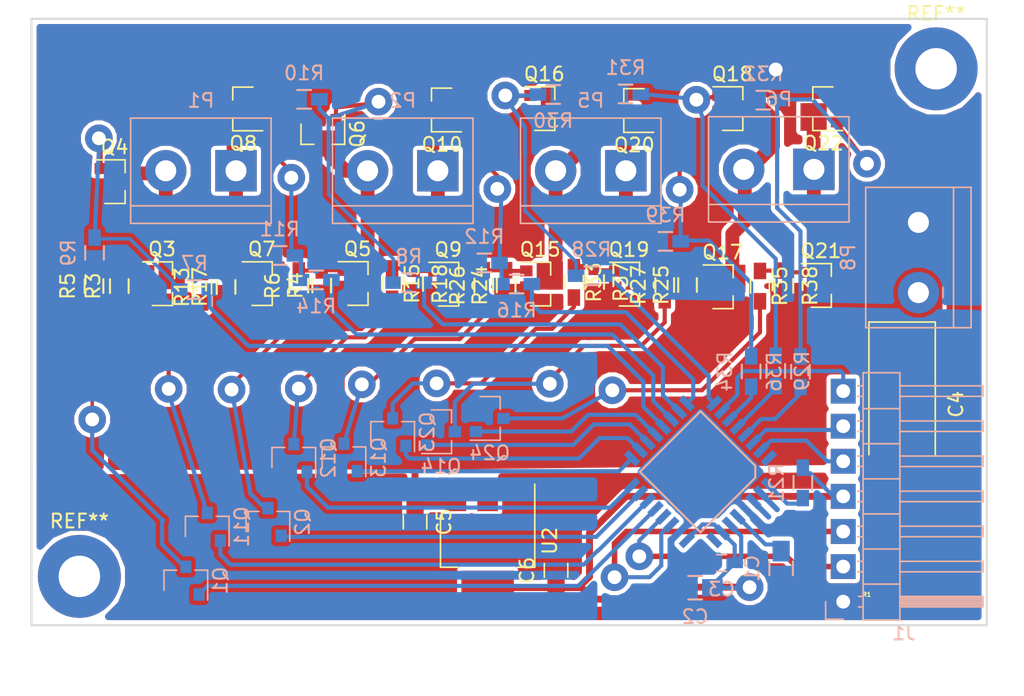
<source format=kicad_pcb>
(kicad_pcb (version 20171130) (host pcbnew 5.0.1)
  (layers (0 F.Cu signal hide) (31 B.Cu signal) (34 B.Paste user) (35 F.Paste user) (36 B.SilkS user) (37 F.SilkS user) (38 B.Mask user) (39 F.Mask user) (44 Edge.Cuts user))
  (net 0 "")
  (net 1 "Net-(C1-Pad1)")
  (net 2 GND)
  (net 3 /M1_NL)
  (net 4 /M1_NR)
  (net 5 /M2_NL)
  (net 6 /M3_NL)
  (net 7 /M2_NR)
  (net 8 /M3_NR)
  (net 9 /M4_NL)
  (net 10 /M4_NR)
  (net 11 "Net-(Q1-Pad3)")
  (net 12 "Net-(Q2-Pad3)")
  (net 13 "Net-(Q3-Pad1)")
  (net 14 /VMOT)
  (net 15 "Net-(Q4-Pad1)")
  (net 16 "Net-(Q5-Pad1)")
  (net 17 "Net-(Q6-Pad1)")
  (net 18 "Net-(Q7-Pad1)")
  (net 19 "Net-(Q8-Pad1)")
  (net 20 "Net-(Q9-Pad1)")
  (net 21 "Net-(Q10-Pad1)")
  (net 22 "Net-(Q11-Pad3)")
  (net 23 "Net-(Q12-Pad3)")
  (net 24 "Net-(Q13-Pad3)")
  (net 25 "Net-(Q14-Pad3)")
  (net 26 "Net-(Q15-Pad1)")
  (net 27 "Net-(Q16-Pad1)")
  (net 28 "Net-(Q17-Pad1)")
  (net 29 "Net-(Q18-Pad1)")
  (net 30 "Net-(Q19-Pad1)")
  (net 31 "Net-(Q20-Pad1)")
  (net 32 "Net-(Q21-Pad1)")
  (net 33 "Net-(Q22-Pad1)")
  (net 34 "Net-(Q23-Pad3)")
  (net 35 "Net-(Q24-Pad3)")
  (net 36 /M2_HL)
  (net 37 /M3_HL)
  (net 38 /M2_HR)
  (net 39 /M3_HR)
  (net 40 /M1_HL)
  (net 41 /M1_HR)
  (net 42 /M4_HR)
  (net 43 /M4_HL)
  (net 44 /vdd)
  (net 45 "Net-(R21-Pad2)")
  (net 46 "Net-(P1-Pad1)")
  (net 47 "Net-(P1-Pad2)")
  (net 48 "Net-(P2-Pad1)")
  (net 49 "Net-(P2-Pad2)")
  (net 50 "Net-(P5-Pad1)")
  (net 51 "Net-(P5-Pad2)")
  (net 52 "Net-(P6-Pad1)")
  (net 53 "Net-(P6-Pad2)")
  (net 54 /prg)
  (net 55 /i2c_scl)
  (net 56 /i2c_sda)
  (net 57 /utx)
  (net 58 /urx)
  (net 59 GNDD)
  (module myowndevice:LQFP-32_05 (layer B.Cu) (at 158.7 105.89 135)
    (fp_text reference U1)
    (fp_text value STM8S005K6T6C)
    (pad 1 smd rect (at -4.199999 2.8 135) (size 1.2 0.5) (layers B.Cu B.Paste B.Mask) (net 45 "Net-(R21-Pad2)"))
    (pad 2 smd rect (at -4.2 2 135) (size 1.2 0.5) (layers B.Cu B.Paste B.Mask))
    (pad 3 smd rect (at -4.2 1.200001 135) (size 1.2 0.5) (layers B.Cu B.Paste B.Mask))
    (pad 4 smd rect (at -4.2 0.4 135) (size 1.2 0.5) (layers B.Cu B.Paste B.Mask) (net 59 GNDD))
    (pad 5 smd rect (at -4.2 -0.4 135) (size 1.2 0.5) (layers B.Cu B.Paste B.Mask) (net 1 "Net-(C1-Pad1)"))
    (pad 6 smd rect (at -4.2 -1.200001 135) (size 1.2 0.5) (layers B.Cu B.Paste B.Mask) (net 44 /vdd))
    (pad 7 smd rect (at -4.2 -2 135) (size 1.2 0.5) (layers B.Cu B.Paste B.Mask) (net 44 /vdd))
    (pad 8 smd rect (at -4.199999 -2.8 135) (size 1.2 0.5) (layers B.Cu B.Paste B.Mask))
    (pad 9 smd rect (at -2.8 -4.199999 135) (size 0.5 1.2) (layers B.Cu B.Paste B.Mask) (net 44 /vdd))
    (pad 10 smd rect (at -2 -4.2 135) (size 0.5 1.2) (layers B.Cu B.Paste B.Mask) (net 59 GNDD))
    (pad 11 smd rect (at -1.200001 -4.2 135) (size 0.5 1.2) (layers B.Cu B.Paste B.Mask) (net 56 /i2c_sda))
    (pad 12 smd rect (at -0.4 -4.2 135) (size 0.5 1.2) (layers B.Cu B.Paste B.Mask) (net 55 /i2c_scl))
    (pad 13 smd rect (at 0.4 -4.2 135) (size 0.5 1.2) (layers B.Cu B.Paste B.Mask) (net 36 /M2_HL))
    (pad 14 smd rect (at 1.200001 -4.2 135) (size 0.5 1.2) (layers B.Cu B.Paste B.Mask) (net 38 /M2_HR))
    (pad 15 smd rect (at 2 -4.2 135) (size 0.5 1.2) (layers B.Cu B.Paste B.Mask) (net 37 /M3_HL))
    (pad 16 smd rect (at 2.8 -4.199999 135) (size 0.5 1.2) (layers B.Cu B.Paste B.Mask) (net 39 /M3_HR))
    (pad 17 smd rect (at 4.199999 -2.8 135) (size 1.2 0.5) (layers B.Cu B.Paste B.Mask) (net 40 /M1_HL))
    (pad 18 smd rect (at 4.2 -2 135) (size 1.2 0.5) (layers B.Cu B.Paste B.Mask) (net 41 /M1_HR))
    (pad 19 smd rect (at 4.2 -1.200001 135) (size 1.2 0.5) (layers B.Cu B.Paste B.Mask) (net 43 /M4_HL))
    (pad 20 smd rect (at 4.2 -0.4 135) (size 1.2 0.5) (layers B.Cu B.Paste B.Mask) (net 42 /M4_HR))
    (pad 21 smd rect (at 4.2 0.4 135) (size 1.2 0.5) (layers B.Cu B.Paste B.Mask) (net 5 /M2_NL))
    (pad 22 smd rect (at 4.2 1.200001 135) (size 1.2 0.5) (layers B.Cu B.Paste B.Mask) (net 7 /M2_NR))
    (pad 23 smd rect (at 4.2 2 135) (size 1.2 0.5) (layers B.Cu B.Paste B.Mask) (net 6 /M3_NL))
    (pad 24 smd rect (at 4.199999 2.8 135) (size 1.2 0.5) (layers B.Cu B.Paste B.Mask) (net 8 /M3_NR))
    (pad 25 smd rect (at 2.8 4.199999 135) (size 0.5 1.2) (layers B.Cu B.Paste B.Mask) (net 3 /M1_NL))
    (pad 26 smd rect (at 2 4.2 135) (size 0.5 1.2) (layers B.Cu B.Paste B.Mask) (net 54 /prg))
    (pad 27 smd rect (at 1.200001 4.2 135) (size 0.5 1.2) (layers B.Cu B.Paste B.Mask) (net 4 /M1_NR))
    (pad 28 smd rect (at 0.4 4.2 135) (size 0.5 1.2) (layers B.Cu B.Paste B.Mask) (net 9 /M4_NL))
    (pad 29 smd rect (at -0.4 4.2 135) (size 0.5 1.2) (layers B.Cu B.Paste B.Mask) (net 10 /M4_NR))
    (pad 30 smd rect (at -1.200001 4.2 135) (size 0.5 1.2) (layers B.Cu B.Paste B.Mask) (net 57 /utx))
    (pad 31 smd rect (at -2 4.2 135) (size 0.5 1.2) (layers B.Cu B.Paste B.Mask) (net 58 /urx))
    (pad 32 smd rect (at -2.8 4.199999 135) (size 0.5 1.2) (layers B.Cu B.Paste B.Mask))
  )
  (module Mounting_Holes:MountingHole_3mm_Pad (layer F.Cu) (at 113.77 113.46)
    (fp_text reference REF** (at 0 -4) (layer F.SilkS))
    (fp_text value MountingHole_3mm_Pad)
    (pad 1 thru_hole circle (at 0 0) (size 6 6) (drill 3) (layers *.Cu *.Mask))
  )
  (module Capacitors_SMD:C_0805_HandSoldering (layer B.Cu) (at 164.53 112.88 270)
    (fp_text reference C1 (at 0 2.1 270) (layer B.SilkS) (effects (justify mirror)))
    (fp_text value 10u)
    (pad 1 smd rect (at -1.25 0 270) (size 1.5 1.25) (layers B.Cu B.Paste B.Mask) (net 1 "Net-(C1-Pad1)"))
    (pad 2 smd rect (at 1.25 0 270) (size 1.5 1.25) (layers B.Cu B.Paste B.Mask) (net 59 GNDD))
  )
  (module Capacitors_SMD:C_0805_HandSoldering (layer B.Cu) (at 158.31 114.28)
    (fp_text reference C2 (at 0 2.1) (layer B.SilkS) (effects (justify mirror)))
    (fp_text value 1uf)
    (pad 1 smd rect (at -1.25 0) (size 1.5 1.25) (layers B.Cu B.Paste B.Mask) (net 59 GNDD))
    (pad 2 smd rect (at 1.25 0) (size 1.5 1.25) (layers B.Cu B.Paste B.Mask) (net 44 /vdd))
  )
  (module TO_SOT_Packages_SMD:SOT-23 (layer B.Cu) (at 121.47 113.77 90)
    (fp_text reference Q1 (at 0 2.5 90) (layer B.SilkS) (effects (justify mirror)))
    (fp_text value 2n7002)
    (pad 1 smd rect (at -1 0.95 90) (size 0.9 0.8) (layers B.Cu B.Paste B.Mask) (net 36 /M2_HL))
    (pad 2 smd rect (at -1 -0.95 90) (size 0.9 0.8) (layers B.Cu B.Paste B.Mask) (net 2 GND))
    (pad 3 smd rect (at 1 0 90) (size 0.9 0.8) (layers B.Cu B.Paste B.Mask) (net 11 "Net-(Q1-Pad3)"))
  )
  (module TO_SOT_Packages_SMD:SOT-23 (layer B.Cu) (at 123.02 109.87 90)
    (fp_text reference Q11 (at 0 2.5 90) (layer B.SilkS) (effects (justify mirror)))
    (fp_text value 2n7002)
    (pad 1 smd rect (at -1 0.95 90) (size 0.9 0.8) (layers B.Cu B.Paste B.Mask) (net 38 /M2_HR))
    (pad 2 smd rect (at -1 -0.95 90) (size 0.9 0.8) (layers B.Cu B.Paste B.Mask) (net 2 GND))
    (pad 3 smd rect (at 1 0 90) (size 0.9 0.8) (layers B.Cu B.Paste B.Mask) (net 22 "Net-(Q11-Pad3)"))
  )
  (module Capacitors_SMD:C_0603_HandSoldering (layer B.Cu) (at 160.22 112.49)
    (fp_text reference C3 (at 0 1.9) (layer B.SilkS) (effects (justify mirror)))
    (fp_text value 100n)
    (pad 1 smd rect (at -0.95 0) (size 1.2 0.75) (layers B.Cu B.Paste B.Mask) (net 59 GNDD))
    (pad 2 smd rect (at 0.95 0) (size 1.2 0.75) (layers B.Cu B.Paste B.Mask) (net 44 /vdd))
  )
  (module Resistors_SMD:R_0603_HandSoldering (layer F.Cu) (at 116.66 92.45 90)
    (fp_text reference R3 (at 0 -1.9 90) (layer F.SilkS))
    (fp_text value 200)
    (pad 1 smd rect (at -1.1 0 90) (size 1.2 0.9) (layers F.Cu F.Paste F.Mask) (net 14 /VMOT))
    (pad 2 smd rect (at 1.1 0 90) (size 1.2 0.9) (layers F.Cu F.Paste F.Mask) (net 13 "Net-(Q3-Pad1)"))
  )
  (module Resistors_SMD:R_0603_HandSoldering (layer F.Cu) (at 131.3 92.41 90)
    (fp_text reference R4 (at 0 -1.9 90) (layer F.SilkS))
    (fp_text value 200)
    (pad 1 smd rect (at -1.1 0 90) (size 1.2 0.9) (layers F.Cu F.Paste F.Mask) (net 14 /VMOT))
    (pad 2 smd rect (at 1.1 0 90) (size 1.2 0.9) (layers F.Cu F.Paste F.Mask) (net 16 "Net-(Q5-Pad1)"))
  )
  (module Resistors_SMD:R_0603_HandSoldering (layer F.Cu) (at 114.83 92.45 90)
    (fp_text reference R5 (at 0 -1.9 90) (layer F.SilkS))
    (fp_text value 100)
    (pad 1 smd rect (at -1.1 0 90) (size 1.2 0.9) (layers F.Cu F.Paste F.Mask) (net 11 "Net-(Q1-Pad3)"))
    (pad 2 smd rect (at 1.1 0 90) (size 1.2 0.9) (layers F.Cu F.Paste F.Mask) (net 13 "Net-(Q3-Pad1)"))
  )
  (module Resistors_SMD:R_0603_HandSoldering (layer F.Cu) (at 129.64 92.42 90)
    (fp_text reference R6 (at 0 -1.9 90) (layer F.SilkS))
    (fp_text value 100)
    (pad 1 smd rect (at -1.1 0 90) (size 1.2 0.9) (layers F.Cu F.Paste F.Mask) (net 12 "Net-(Q2-Pad3)"))
    (pad 2 smd rect (at 1.1 0 90) (size 1.2 0.9) (layers F.Cu F.Paste F.Mask) (net 16 "Net-(Q5-Pad1)"))
  )
  (module Resistors_SMD:R_0603_HandSoldering (layer B.Cu) (at 122.1 92.7 180)
    (fp_text reference R7 (at 0 1.9 180) (layer B.SilkS) (effects (justify mirror)))
    (fp_text value 100)
    (pad 1 smd rect (at -1.1 0 180) (size 1.2 0.9) (layers B.Cu B.Paste B.Mask) (net 5 /M2_NL))
    (pad 2 smd rect (at 1.1 0 180) (size 1.2 0.9) (layers B.Cu B.Paste B.Mask) (net 15 "Net-(Q4-Pad1)"))
  )
  (module Resistors_SMD:R_0603_HandSoldering (layer B.Cu) (at 137.6 92.2 180)
    (fp_text reference R8 (at 0 1.9 180) (layer B.SilkS) (effects (justify mirror)))
    (fp_text value 100)
    (pad 1 smd rect (at -1.1 0 180) (size 1.2 0.9) (layers B.Cu B.Paste B.Mask) (net 6 /M3_NL))
    (pad 2 smd rect (at 1.1 0 180) (size 1.2 0.9) (layers B.Cu B.Paste B.Mask) (net 17 "Net-(Q6-Pad1)"))
  )
  (module Resistors_SMD:R_0603_HandSoldering (layer B.Cu) (at 114.87 90.04 270)
    (fp_text reference R9 (at 0 1.9 270) (layer B.SilkS) (effects (justify mirror)))
    (fp_text value 10k)
    (pad 1 smd rect (at -1.1 0 270) (size 1.2 0.9) (layers B.Cu B.Paste B.Mask) (net 15 "Net-(Q4-Pad1)"))
    (pad 2 smd rect (at 1.1 0 270) (size 1.2 0.9) (layers B.Cu B.Paste B.Mask) (net 2 GND))
  )
  (module Resistors_SMD:R_0603_HandSoldering (layer B.Cu) (at 130.03 78.93 180)
    (fp_text reference R10 (at 0 1.9 180) (layer B.SilkS) (effects (justify mirror)))
    (fp_text value 10k)
    (pad 1 smd rect (at -1.1 0 180) (size 1.2 0.9) (layers B.Cu B.Paste B.Mask) (net 17 "Net-(Q6-Pad1)"))
    (pad 2 smd rect (at 1.1 0 180) (size 1.2 0.9) (layers B.Cu B.Paste B.Mask) (net 2 GND))
  )
  (module Resistors_SMD:R_0603_HandSoldering (layer B.Cu) (at 128.26 90.23 180)
    (fp_text reference R11 (at 0 1.9 180) (layer B.SilkS) (effects (justify mirror)))
    (fp_text value 10k)
    (pad 1 smd rect (at -1.1 0 180) (size 1.2 0.9) (layers B.Cu B.Paste B.Mask) (net 19 "Net-(Q8-Pad1)"))
    (pad 2 smd rect (at 1.1 0 180) (size 1.2 0.9) (layers B.Cu B.Paste B.Mask) (net 2 GND))
  )
  (module Resistors_SMD:R_0603_HandSoldering (layer B.Cu) (at 143.06 90.77 180)
    (fp_text reference R12 (at 0 1.9 180) (layer B.SilkS) (effects (justify mirror)))
    (fp_text value 10k)
    (pad 1 smd rect (at -1.1 0 180) (size 1.2 0.9) (layers B.Cu B.Paste B.Mask) (net 21 "Net-(Q10-Pad1)"))
    (pad 2 smd rect (at 1.1 0 180) (size 1.2 0.9) (layers B.Cu B.Paste B.Mask) (net 2 GND))
  )
  (module Resistors_SMD:R_0603_HandSoldering (layer B.Cu) (at 130.9 92)
    (fp_text reference R14 (at 0 1.9) (layer B.SilkS) (effects (justify mirror)))
    (fp_text value 100)
    (pad 1 smd rect (at -1.1 0) (size 1.2 0.9) (layers B.Cu B.Paste B.Mask) (net 19 "Net-(Q8-Pad1)"))
    (pad 2 smd rect (at 1.1 0) (size 1.2 0.9) (layers B.Cu B.Paste B.Mask) (net 7 /M2_NR))
  )
  (module Resistors_SMD:R_0603_HandSoldering (layer B.Cu) (at 145.4 92.3)
    (fp_text reference R16 (at 0 1.9) (layer B.SilkS) (effects (justify mirror)))
    (fp_text value 100)
    (pad 1 smd rect (at -1.1 0) (size 1.2 0.9) (layers B.Cu B.Paste B.Mask) (net 21 "Net-(Q10-Pad1)"))
    (pad 2 smd rect (at 1.1 0) (size 1.2 0.9) (layers B.Cu B.Paste B.Mask) (net 8 /M3_NR))
  )
  (module Resistors_SMD:R_0603_HandSoldering (layer F.Cu) (at 124.38 92.51 90)
    (fp_text reference R17 (at 0 -1.9 90) (layer F.SilkS))
    (fp_text value 200)
    (pad 1 smd rect (at -1.1 0 90) (size 1.2 0.9) (layers F.Cu F.Paste F.Mask) (net 14 /VMOT))
    (pad 2 smd rect (at 1.1 0 90) (size 1.2 0.9) (layers F.Cu F.Paste F.Mask) (net 18 "Net-(Q7-Pad1)"))
  )
  (module Resistors_SMD:R_0603_HandSoldering (layer F.Cu) (at 137.95 92.29 270)
    (fp_text reference R18 (at 0 -1.9 270) (layer F.SilkS))
    (fp_text value 200)
    (pad 1 smd rect (at -1.1 0 270) (size 1.2 0.9) (layers F.Cu F.Paste F.Mask) (net 20 "Net-(Q9-Pad1)"))
    (pad 2 smd rect (at 1.1 0 270) (size 1.2 0.9) (layers F.Cu F.Paste F.Mask) (net 14 /VMOT))
  )
  (module Resistors_SMD:R_0603_HandSoldering (layer B.Cu) (at 166.1 106.69 270)
    (fp_text reference R21 (at 0 1.9 270) (layer B.SilkS) (effects (justify mirror)))
    (fp_text value 10k)
    (pad 1 smd rect (at -1.1 0 270) (size 1.2 0.9) (layers B.Cu B.Paste B.Mask) (net 44 /vdd))
    (pad 2 smd rect (at 1.1 0 270) (size 1.2 0.9) (layers B.Cu B.Paste B.Mask) (net 45 "Net-(R21-Pad2)"))
  )
  (module Resistors_SMD:R_0603_HandSoldering (layer F.Cu) (at 144.64 92.4 90)
    (fp_text reference R24 (at 0 -1.9 90) (layer F.SilkS))
    (fp_text value 200)
    (pad 1 smd rect (at -1.1 0 90) (size 1.2 0.9) (layers F.Cu F.Paste F.Mask) (net 14 /VMOT))
    (pad 2 smd rect (at 1.1 0 90) (size 1.2 0.9) (layers F.Cu F.Paste F.Mask) (net 26 "Net-(Q15-Pad1)"))
  )
  (module Resistors_SMD:R_0603_HandSoldering (layer F.Cu) (at 157.76 92.37 90)
    (fp_text reference R25 (at 0 -1.9 90) (layer F.SilkS))
    (fp_text value 200)
    (pad 1 smd rect (at -1.1 0 90) (size 1.2 0.9) (layers F.Cu F.Paste F.Mask) (net 14 /VMOT))
    (pad 2 smd rect (at 1.1 0 90) (size 1.2 0.9) (layers F.Cu F.Paste F.Mask) (net 28 "Net-(Q17-Pad1)"))
  )
  (module Resistors_SMD:R_0603_HandSoldering (layer F.Cu) (at 143.02 92.4 90)
    (fp_text reference R26 (at 0 -1.9 90) (layer F.SilkS))
    (fp_text value 100)
    (pad 1 smd rect (at -1.1 0 90) (size 1.2 0.9) (layers F.Cu F.Paste F.Mask) (net 24 "Net-(Q13-Pad3)"))
    (pad 2 smd rect (at 1.1 0 90) (size 1.2 0.9) (layers F.Cu F.Paste F.Mask) (net 26 "Net-(Q15-Pad1)"))
  )
  (module Resistors_SMD:R_0603_HandSoldering (layer F.Cu) (at 156.11 92.37 90)
    (fp_text reference R27 (at 0 -1.9 90) (layer F.SilkS))
    (fp_text value 100)
    (pad 1 smd rect (at -1.1 0 90) (size 1.2 0.9) (layers F.Cu F.Paste F.Mask) (net 25 "Net-(Q14-Pad3)"))
    (pad 2 smd rect (at 1.1 0 90) (size 1.2 0.9) (layers F.Cu F.Paste F.Mask) (net 28 "Net-(Q17-Pad1)"))
  )
  (module Resistors_SMD:R_0603_HandSoldering (layer B.Cu) (at 150.8 91.7 180)
    (fp_text reference R28 (at 0 1.9 180) (layer B.SilkS) (effects (justify mirror)))
    (fp_text value 100)
    (pad 1 smd rect (at -1.1 0 180) (size 1.2 0.9) (layers B.Cu B.Paste B.Mask) (net 3 /M1_NL))
    (pad 2 smd rect (at 1.1 0 180) (size 1.2 0.9) (layers B.Cu B.Paste B.Mask) (net 27 "Net-(Q16-Pad1)"))
  )
  (module Resistors_SMD:R_0603_HandSoldering (layer B.Cu) (at 164.14 98.59 90)
    (fp_text reference R29 (at 0 1.9 90) (layer B.SilkS) (effects (justify mirror)))
    (fp_text value 100)
    (pad 1 smd rect (at -1.1 0 90) (size 1.2 0.9) (layers B.Cu B.Paste B.Mask) (net 9 /M4_NL))
    (pad 2 smd rect (at 1.1 0 90) (size 1.2 0.9) (layers B.Cu B.Paste B.Mask) (net 29 "Net-(Q18-Pad1)"))
  )
  (module Resistors_SMD:R_0603_HandSoldering (layer B.Cu) (at 148.04 78.58)
    (fp_text reference R30 (at 0 1.9) (layer B.SilkS) (effects (justify mirror)))
    (fp_text value 10k)
    (pad 1 smd rect (at -1.1 0) (size 1.2 0.9) (layers B.Cu B.Paste B.Mask) (net 27 "Net-(Q16-Pad1)"))
    (pad 2 smd rect (at 1.1 0) (size 1.2 0.9) (layers B.Cu B.Paste B.Mask) (net 2 GND))
  )
  (module Resistors_SMD:R_0603_HandSoldering (layer B.Cu) (at 153.28 78.54 180)
    (fp_text reference R31 (at 0 1.9 180) (layer B.SilkS) (effects (justify mirror)))
    (fp_text value 10k)
    (pad 1 smd rect (at -1.1 0 180) (size 1.2 0.9) (layers B.Cu B.Paste B.Mask) (net 29 "Net-(Q18-Pad1)"))
    (pad 2 smd rect (at 1.1 0 180) (size 1.2 0.9) (layers B.Cu B.Paste B.Mask) (net 2 GND))
  )
  (module Resistors_SMD:R_0603_HandSoldering (layer B.Cu) (at 163.24 78.99 180)
    (fp_text reference R32 (at 0 1.9 180) (layer B.SilkS) (effects (justify mirror)))
    (fp_text value 10k)
    (pad 1 smd rect (at -1.1 0 180) (size 1.2 0.9) (layers B.Cu B.Paste B.Mask) (net 33 "Net-(Q22-Pad1)"))
    (pad 2 smd rect (at 1.1 0 180) (size 1.2 0.9) (layers B.Cu B.Paste B.Mask) (net 2 GND))
  )
  (module Resistors_SMD:R_0603_HandSoldering (layer B.Cu) (at 162.36 98.63 270)
    (fp_text reference R34 (at 0 1.9 270) (layer B.SilkS) (effects (justify mirror)))
    (fp_text value 100)
    (pad 1 smd rect (at -1.1 0 270) (size 1.2 0.9) (layers B.Cu B.Paste B.Mask) (net 31 "Net-(Q20-Pad1)"))
    (pad 2 smd rect (at 1.1 0 270) (size 1.2 0.9) (layers B.Cu B.Paste B.Mask) (net 4 /M1_NR))
  )
  (module Resistors_SMD:R_0603_HandSoldering (layer B.Cu) (at 165.93 98.65 270)
    (fp_text reference R36 (at 0 1.9 270) (layer B.SilkS) (effects (justify mirror)))
    (fp_text value 100)
    (pad 1 smd rect (at -1.1 0 270) (size 1.2 0.9) (layers B.Cu B.Paste B.Mask) (net 33 "Net-(Q22-Pad1)"))
    (pad 2 smd rect (at 1.1 0 270) (size 1.2 0.9) (layers B.Cu B.Paste B.Mask) (net 10 /M4_NR))
  )
  (module Resistors_SMD:R_0603_HandSoldering (layer F.Cu) (at 151.04 92.15 270)
    (fp_text reference R37 (at 0 -1.9 270) (layer F.SilkS))
    (fp_text value 200)
    (pad 1 smd rect (at -1.1 0 270) (size 1.2 0.9) (layers F.Cu F.Paste F.Mask) (net 30 "Net-(Q19-Pad1)"))
    (pad 2 smd rect (at 1.1 0 270) (size 1.2 0.9) (layers F.Cu F.Paste F.Mask) (net 14 /VMOT))
  )
  (module Resistors_SMD:R_0603_HandSoldering (layer F.Cu) (at 164.73 92.43 270)
    (fp_text reference R38 (at 0 -1.9 270) (layer F.SilkS))
    (fp_text value 200)
    (pad 1 smd rect (at -1.1 0 270) (size 1.2 0.9) (layers F.Cu F.Paste F.Mask) (net 32 "Net-(Q21-Pad1)"))
    (pad 2 smd rect (at 1.1 0 270) (size 1.2 0.9) (layers F.Cu F.Paste F.Mask) (net 14 /VMOT))
  )
  (module Resistors_SMD:R_0603_HandSoldering (layer B.Cu) (at 156.16 89.21 180)
    (fp_text reference R39 (at 0 1.9 180) (layer B.SilkS) (effects (justify mirror)))
    (fp_text value 10k)
    (pad 1 smd rect (at -1.1 0 180) (size 1.2 0.9) (layers B.Cu B.Paste B.Mask) (net 31 "Net-(Q20-Pad1)"))
    (pad 2 smd rect (at 1.1 0 180) (size 1.2 0.9) (layers B.Cu B.Paste B.Mask) (net 2 GND))
  )
  (module Capacitors_SMD:C_0805_HandSoldering (layer F.Cu) (at 138.05 109.52 270)
    (fp_text reference C5 (at 0 -2.1 270) (layer F.SilkS))
    (fp_text value "10u 25V")
    (pad 1 smd rect (at -1.25 0 270) (size 1.5 1.25) (layers F.Cu F.Paste F.Mask) (net 14 /VMOT))
    (pad 2 smd rect (at 1.25 0 270) (size 1.5 1.25) (layers F.Cu F.Paste F.Mask) (net 59 GNDD))
  )
  (module Capacitors_SMD:C_0805_HandSoldering (layer F.Cu) (at 148.25 113.02 90)
    (fp_text reference C6 (at 0 -2.1 90) (layer F.SilkS))
    (fp_text value 10u)
    (pad 1 smd rect (at -1.25 0 90) (size 1.5 1.25) (layers F.Cu F.Paste F.Mask) (net 44 /vdd))
    (pad 2 smd rect (at 1.25 0 90) (size 1.5 1.25) (layers F.Cu F.Paste F.Mask) (net 59 GNDD))
  )
  (module TO_SOT_Packages_SMD:SOT-223 (layer F.Cu) (at 143.3 110.89 270)
    (fp_text reference U2 (at 0 -4.5 270) (layer F.SilkS))
    (fp_text value NCV1117ST50T3G)
    (pad 4 smd rect (at 3.15 0 270) (size 2 3.8) (layers F.Cu F.Paste F.Mask))
    (pad 2 smd rect (at -3.15 0 270) (size 2 1.5) (layers F.Cu F.Paste F.Mask) (net 44 /vdd))
    (pad 3 smd rect (at -3.15 2.3 270) (size 2 1.5) (layers F.Cu F.Paste F.Mask) (net 14 /VMOT))
    (pad 1 smd rect (at -3.15 -2.3 270) (size 2 1.5) (layers F.Cu F.Paste F.Mask) (net 59 GNDD))
  )
  (module myowndevice:SOT-23_mod (layer F.Cu) (at 119.75 92.275)
    (fp_text reference Q3 (at 0 -2.5) (layer F.SilkS))
    (fp_text value IRLML6402TRPbF)
    (pad 2 smd rect (at -1 0.2) (size 0.9 0.8) (layers F.Cu F.Paste F.Mask) (net 14 /VMOT))
    (pad 1 smd rect (at -1 -0.95) (size 0.9 0.8) (layers F.Cu F.Paste F.Mask) (net 13 "Net-(Q3-Pad1)"))
    (pad 2 smd rect (at -1 0.95) (size 0.9 0.8) (layers F.Cu F.Paste F.Mask) (net 14 /VMOT))
    (pad 3 smd rect (at 1 0) (size 0.9 0.8) (layers F.Cu F.Paste F.Mask) (net 47 "Net-(P1-Pad2)"))
    (pad 2 smd rect (at 0.1 1.225) (size 3.1 1) (layers F.Cu F.Paste F.Mask) (net 14 /VMOT))
    (pad 3 smd rect (at 0.7 -0.6) (size 1.9 2) (layers F.Cu F.Paste F.Mask) (net 47 "Net-(P1-Pad2)"))
  )
  (module myowndevice:SOT-23_mod (layer F.Cu) (at 116.32 84.89)
    (fp_text reference Q4 (at 0 -2.5) (layer F.SilkS))
    (fp_text value IRLML6244TRPbF)
    (pad 2 smd rect (at -1 0.2) (size 0.9 0.8) (layers F.Cu F.Paste F.Mask) (net 2 GND))
    (pad 1 smd rect (at -1 -0.95) (size 0.9 0.8) (layers F.Cu F.Paste F.Mask) (net 15 "Net-(Q4-Pad1)"))
    (pad 2 smd rect (at -1 0.95) (size 0.9 0.8) (layers F.Cu F.Paste F.Mask) (net 2 GND))
    (pad 3 smd rect (at 1 0) (size 0.9 0.8) (layers F.Cu F.Paste F.Mask) (net 47 "Net-(P1-Pad2)"))
    (pad 2 smd rect (at 0.1 1.225) (size 3.1 1) (layers F.Cu F.Paste F.Mask) (net 2 GND))
    (pad 3 smd rect (at 0.7 -0.6) (size 1.9 2) (layers F.Cu F.Paste F.Mask) (net 47 "Net-(P1-Pad2)"))
  )
  (module myowndevice:SOT-23_mod (layer F.Cu) (at 133.89 92.26)
    (fp_text reference Q5 (at 0 -2.5) (layer F.SilkS))
    (fp_text value IRLML6402TRPbF)
    (pad 2 smd rect (at -1 0.2) (size 0.9 0.8) (layers F.Cu F.Paste F.Mask) (net 14 /VMOT))
    (pad 1 smd rect (at -1 -0.95) (size 0.9 0.8) (layers F.Cu F.Paste F.Mask) (net 16 "Net-(Q5-Pad1)"))
    (pad 2 smd rect (at -1 0.95) (size 0.9 0.8) (layers F.Cu F.Paste F.Mask) (net 14 /VMOT))
    (pad 3 smd rect (at 1 0) (size 0.9 0.8) (layers F.Cu F.Paste F.Mask) (net 49 "Net-(P2-Pad2)"))
    (pad 2 smd rect (at 0.1 1.225) (size 3.1 1) (layers F.Cu F.Paste F.Mask) (net 14 /VMOT))
    (pad 3 smd rect (at 0.7 -0.6) (size 1.9 2) (layers F.Cu F.Paste F.Mask) (net 49 "Net-(P2-Pad2)"))
  )
  (module myowndevice:SOT-23_mod (layer F.Cu) (at 131.38 81.43 270)
    (fp_text reference Q6 (at 0 -2.5 270) (layer F.SilkS))
    (fp_text value IRLML6244TRPbF)
    (pad 2 smd rect (at -1 0.2 270) (size 0.9 0.8) (layers F.Cu F.Paste F.Mask) (net 2 GND))
    (pad 1 smd rect (at -1 -0.95 270) (size 0.9 0.8) (layers F.Cu F.Paste F.Mask) (net 17 "Net-(Q6-Pad1)"))
    (pad 2 smd rect (at -1 0.95 270) (size 0.9 0.8) (layers F.Cu F.Paste F.Mask) (net 2 GND))
    (pad 3 smd rect (at 1 0 270) (size 0.9 0.8) (layers F.Cu F.Paste F.Mask) (net 49 "Net-(P2-Pad2)"))
    (pad 2 smd rect (at 0.1 1.225 270) (size 3.1 1) (layers F.Cu F.Paste F.Mask) (net 2 GND))
    (pad 3 smd rect (at 0.7 -0.6 270) (size 1.9 2) (layers F.Cu F.Paste F.Mask) (net 49 "Net-(P2-Pad2)"))
  )
  (module myowndevice:SOT-23_mod (layer F.Cu) (at 126.96 92.27)
    (fp_text reference Q7 (at 0 -2.5) (layer F.SilkS))
    (fp_text value IRLML6402TRPbF)
    (pad 2 smd rect (at -1 0.2) (size 0.9 0.8) (layers F.Cu F.Paste F.Mask) (net 14 /VMOT))
    (pad 1 smd rect (at -1 -0.95) (size 0.9 0.8) (layers F.Cu F.Paste F.Mask) (net 18 "Net-(Q7-Pad1)"))
    (pad 2 smd rect (at -1 0.95) (size 0.9 0.8) (layers F.Cu F.Paste F.Mask) (net 14 /VMOT))
    (pad 3 smd rect (at 1 0) (size 0.9 0.8) (layers F.Cu F.Paste F.Mask) (net 46 "Net-(P1-Pad1)"))
    (pad 2 smd rect (at 0.1 1.225) (size 3.1 1) (layers F.Cu F.Paste F.Mask) (net 14 /VMOT))
    (pad 3 smd rect (at 0.7 -0.6) (size 1.9 2) (layers F.Cu F.Paste F.Mask) (net 46 "Net-(P1-Pad1)"))
  )
  (module myowndevice:SOT-23_mod (layer F.Cu) (at 125.625 79.625 180)
    (fp_text reference Q8 (at 0 -2.5 180) (layer F.SilkS))
    (fp_text value IRLML6244TRPbF)
    (pad 2 smd rect (at -1 0.2 180) (size 0.9 0.8) (layers F.Cu F.Paste F.Mask) (net 2 GND))
    (pad 1 smd rect (at -1 -0.95 180) (size 0.9 0.8) (layers F.Cu F.Paste F.Mask) (net 19 "Net-(Q8-Pad1)"))
    (pad 2 smd rect (at -1 0.95 180) (size 0.9 0.8) (layers F.Cu F.Paste F.Mask) (net 2 GND))
    (pad 3 smd rect (at 1 0 180) (size 0.9 0.8) (layers F.Cu F.Paste F.Mask) (net 46 "Net-(P1-Pad1)"))
    (pad 2 smd rect (at 0.1 1.225 180) (size 3.1 1) (layers F.Cu F.Paste F.Mask) (net 2 GND))
    (pad 3 smd rect (at 0.7 -0.6 180) (size 1.9 2) (layers F.Cu F.Paste F.Mask) (net 46 "Net-(P1-Pad1)"))
  )
  (module myowndevice:SOT-23_mod (layer F.Cu) (at 140.45 92.31)
    (fp_text reference Q9 (at 0 -2.5) (layer F.SilkS))
    (fp_text value IRLML6402TRPbF)
    (pad 2 smd rect (at -1 0.2) (size 0.9 0.8) (layers F.Cu F.Paste F.Mask) (net 14 /VMOT))
    (pad 1 smd rect (at -1 -0.95) (size 0.9 0.8) (layers F.Cu F.Paste F.Mask) (net 20 "Net-(Q9-Pad1)"))
    (pad 2 smd rect (at -1 0.95) (size 0.9 0.8) (layers F.Cu F.Paste F.Mask) (net 14 /VMOT))
    (pad 3 smd rect (at 1 0) (size 0.9 0.8) (layers F.Cu F.Paste F.Mask) (net 48 "Net-(P2-Pad1)"))
    (pad 2 smd rect (at 0.1 1.225) (size 3.1 1) (layers F.Cu F.Paste F.Mask) (net 14 /VMOT))
    (pad 3 smd rect (at 0.7 -0.6) (size 1.9 2) (layers F.Cu F.Paste F.Mask) (net 48 "Net-(P2-Pad1)"))
  )
  (module myowndevice:SOT-23_mod (layer F.Cu) (at 140 79.7 180)
    (fp_text reference Q10 (at 0 -2.5 180) (layer F.SilkS))
    (fp_text value IRLML6244TRPbF)
    (pad 2 smd rect (at -1 0.2 180) (size 0.9 0.8) (layers F.Cu F.Paste F.Mask) (net 2 GND))
    (pad 1 smd rect (at -1 -0.95 180) (size 0.9 0.8) (layers F.Cu F.Paste F.Mask) (net 21 "Net-(Q10-Pad1)"))
    (pad 2 smd rect (at -1 0.95 180) (size 0.9 0.8) (layers F.Cu F.Paste F.Mask) (net 2 GND))
    (pad 3 smd rect (at 1 0 180) (size 0.9 0.8) (layers F.Cu F.Paste F.Mask) (net 48 "Net-(P2-Pad1)"))
    (pad 2 smd rect (at 0.1 1.225 180) (size 3.1 1) (layers F.Cu F.Paste F.Mask) (net 2 GND))
    (pad 3 smd rect (at 0.7 -0.6 180) (size 1.9 2) (layers F.Cu F.Paste F.Mask) (net 48 "Net-(P2-Pad1)"))
  )
  (module myowndevice:SOT-23_mod (layer F.Cu) (at 147.1 92.3)
    (fp_text reference Q15 (at 0 -2.5) (layer F.SilkS))
    (fp_text value IRLML6402TRPbF)
    (pad 2 smd rect (at -1 0.2) (size 0.9 0.8) (layers F.Cu F.Paste F.Mask) (net 14 /VMOT))
    (pad 1 smd rect (at -1 -0.95) (size 0.9 0.8) (layers F.Cu F.Paste F.Mask) (net 26 "Net-(Q15-Pad1)"))
    (pad 2 smd rect (at -1 0.95) (size 0.9 0.8) (layers F.Cu F.Paste F.Mask) (net 14 /VMOT))
    (pad 3 smd rect (at 1 0) (size 0.9 0.8) (layers F.Cu F.Paste F.Mask) (net 51 "Net-(P5-Pad2)"))
    (pad 2 smd rect (at 0.1 1.225) (size 3.1 1) (layers F.Cu F.Paste F.Mask) (net 14 /VMOT))
    (pad 3 smd rect (at 0.7 -0.6) (size 1.9 2) (layers F.Cu F.Paste F.Mask) (net 51 "Net-(P5-Pad2)"))
  )
  (module myowndevice:SOT-23_mod (layer F.Cu) (at 147.4 79.6)
    (fp_text reference Q16 (at 0 -2.5) (layer F.SilkS))
    (fp_text value IRLML6244TRPbF)
    (pad 2 smd rect (at -1 0.2) (size 0.9 0.8) (layers F.Cu F.Paste F.Mask) (net 2 GND))
    (pad 1 smd rect (at -1 -0.95) (size 0.9 0.8) (layers F.Cu F.Paste F.Mask) (net 27 "Net-(Q16-Pad1)"))
    (pad 2 smd rect (at -1 0.95) (size 0.9 0.8) (layers F.Cu F.Paste F.Mask) (net 2 GND))
    (pad 3 smd rect (at 1 0) (size 0.9 0.8) (layers F.Cu F.Paste F.Mask) (net 51 "Net-(P5-Pad2)"))
    (pad 2 smd rect (at 0.1 1.225) (size 3.1 1) (layers F.Cu F.Paste F.Mask) (net 2 GND))
    (pad 3 smd rect (at 0.7 -0.6) (size 1.9 2) (layers F.Cu F.Paste F.Mask) (net 51 "Net-(P5-Pad2)"))
  )
  (module myowndevice:SOT-23_mod (layer F.Cu) (at 160.3 92.5)
    (fp_text reference Q17 (at 0 -2.5) (layer F.SilkS))
    (fp_text value IRLML6402TRPbF)
    (pad 2 smd rect (at -1 0.2) (size 0.9 0.8) (layers F.Cu F.Paste F.Mask) (net 14 /VMOT))
    (pad 1 smd rect (at -1 -0.95) (size 0.9 0.8) (layers F.Cu F.Paste F.Mask) (net 28 "Net-(Q17-Pad1)"))
    (pad 2 smd rect (at -1 0.95) (size 0.9 0.8) (layers F.Cu F.Paste F.Mask) (net 14 /VMOT))
    (pad 3 smd rect (at 1 0) (size 0.9 0.8) (layers F.Cu F.Paste F.Mask) (net 53 "Net-(P6-Pad2)"))
    (pad 2 smd rect (at 0.1 1.225) (size 3.1 1) (layers F.Cu F.Paste F.Mask) (net 14 /VMOT))
    (pad 3 smd rect (at 0.7 -0.6) (size 1.9 2) (layers F.Cu F.Paste F.Mask) (net 53 "Net-(P6-Pad2)"))
  )
  (module myowndevice:SOT-23_mod (layer F.Cu) (at 161 79.6)
    (fp_text reference Q18 (at 0 -2.5) (layer F.SilkS))
    (fp_text value IRLML6244TRPbF)
    (pad 2 smd rect (at -1 0.2) (size 0.9 0.8) (layers F.Cu F.Paste F.Mask) (net 2 GND))
    (pad 1 smd rect (at -1 -0.95) (size 0.9 0.8) (layers F.Cu F.Paste F.Mask) (net 29 "Net-(Q18-Pad1)"))
    (pad 2 smd rect (at -1 0.95) (size 0.9 0.8) (layers F.Cu F.Paste F.Mask) (net 2 GND))
    (pad 3 smd rect (at 1 0) (size 0.9 0.8) (layers F.Cu F.Paste F.Mask) (net 53 "Net-(P6-Pad2)"))
    (pad 2 smd rect (at 0.1 1.225) (size 3.1 1) (layers F.Cu F.Paste F.Mask) (net 2 GND))
    (pad 3 smd rect (at 0.7 -0.6) (size 1.9 2) (layers F.Cu F.Paste F.Mask) (net 53 "Net-(P6-Pad2)"))
  )
  (module myowndevice:SOT-23_mod (layer F.Cu) (at 153.53 92.31)
    (fp_text reference Q19 (at 0 -2.5) (layer F.SilkS))
    (fp_text value IRLML6402TRPbF)
    (pad 2 smd rect (at -1 0.2) (size 0.9 0.8) (layers F.Cu F.Paste F.Mask) (net 14 /VMOT))
    (pad 1 smd rect (at -1 -0.95) (size 0.9 0.8) (layers F.Cu F.Paste F.Mask) (net 30 "Net-(Q19-Pad1)"))
    (pad 2 smd rect (at -1 0.95) (size 0.9 0.8) (layers F.Cu F.Paste F.Mask) (net 14 /VMOT))
    (pad 3 smd rect (at 1 0) (size 0.9 0.8) (layers F.Cu F.Paste F.Mask) (net 50 "Net-(P5-Pad1)"))
    (pad 2 smd rect (at 0.1 1.225) (size 3.1 1) (layers F.Cu F.Paste F.Mask) (net 14 /VMOT))
    (pad 3 smd rect (at 0.7 -0.6) (size 1.9 2) (layers F.Cu F.Paste F.Mask) (net 50 "Net-(P5-Pad1)"))
  )
  (module myowndevice:SOT-23_mod (layer F.Cu) (at 153.91 79.74 180)
    (fp_text reference Q20 (at 0 -2.5 180) (layer F.SilkS))
    (fp_text value IRLML6244TRPbF)
    (pad 2 smd rect (at -1 0.2 180) (size 0.9 0.8) (layers F.Cu F.Paste F.Mask) (net 2 GND))
    (pad 1 smd rect (at -1 -0.95 180) (size 0.9 0.8) (layers F.Cu F.Paste F.Mask) (net 31 "Net-(Q20-Pad1)"))
    (pad 2 smd rect (at -1 0.95 180) (size 0.9 0.8) (layers F.Cu F.Paste F.Mask) (net 2 GND))
    (pad 3 smd rect (at 1 0 180) (size 0.9 0.8) (layers F.Cu F.Paste F.Mask) (net 50 "Net-(P5-Pad1)"))
    (pad 2 smd rect (at 0.1 1.225 180) (size 3.1 1) (layers F.Cu F.Paste F.Mask) (net 2 GND))
    (pad 3 smd rect (at 0.7 -0.6 180) (size 1.9 2) (layers F.Cu F.Paste F.Mask) (net 50 "Net-(P5-Pad1)"))
  )
  (module myowndevice:SOT-23_mod (layer F.Cu) (at 167.4 92.4)
    (fp_text reference Q21 (at 0 -2.5) (layer F.SilkS))
    (fp_text value IRLML6402TRPbF)
    (pad 2 smd rect (at -1 0.2) (size 0.9 0.8) (layers F.Cu F.Paste F.Mask) (net 14 /VMOT))
    (pad 1 smd rect (at -1 -0.95) (size 0.9 0.8) (layers F.Cu F.Paste F.Mask) (net 32 "Net-(Q21-Pad1)"))
    (pad 2 smd rect (at -1 0.95) (size 0.9 0.8) (layers F.Cu F.Paste F.Mask) (net 14 /VMOT))
    (pad 3 smd rect (at 1 0) (size 0.9 0.8) (layers F.Cu F.Paste F.Mask) (net 52 "Net-(P6-Pad1)"))
    (pad 2 smd rect (at 0.1 1.225) (size 3.1 1) (layers F.Cu F.Paste F.Mask) (net 14 /VMOT))
    (pad 3 smd rect (at 0.7 -0.6) (size 1.9 2) (layers F.Cu F.Paste F.Mask) (net 52 "Net-(P6-Pad1)"))
  )
  (module myowndevice:SOT-23_mod (layer F.Cu) (at 167.58 79.61 180)
    (fp_text reference Q22 (at 0 -2.5 180) (layer F.SilkS))
    (fp_text value IRLML6244TRPbF)
    (pad 2 smd rect (at -1 0.2 180) (size 0.9 0.8) (layers F.Cu F.Paste F.Mask) (net 2 GND))
    (pad 1 smd rect (at -1 -0.95 180) (size 0.9 0.8) (layers F.Cu F.Paste F.Mask) (net 33 "Net-(Q22-Pad1)"))
    (pad 2 smd rect (at -1 0.95 180) (size 0.9 0.8) (layers F.Cu F.Paste F.Mask) (net 2 GND))
    (pad 3 smd rect (at 1 0 180) (size 0.9 0.8) (layers F.Cu F.Paste F.Mask) (net 52 "Net-(P6-Pad1)"))
    (pad 2 smd rect (at 0.1 1.225 180) (size 3.1 1) (layers F.Cu F.Paste F.Mask) (net 2 GND))
    (pad 3 smd rect (at 0.7 -0.6 180) (size 1.9 2) (layers F.Cu F.Paste F.Mask) (net 52 "Net-(P6-Pad1)"))
  )
  (module TO_SOT_Packages_SMD:SOT-23 (layer B.Cu) (at 127.41 109.52 90)
    (fp_text reference Q2 (at 0 2.5 90) (layer B.SilkS) (effects (justify mirror)))
    (fp_text value 2n7002)
    (pad 1 smd rect (at -1 0.95 90) (size 0.9 0.8) (layers B.Cu B.Paste B.Mask) (net 37 /M3_HL))
    (pad 2 smd rect (at -1 -0.95 90) (size 0.9 0.8) (layers B.Cu B.Paste B.Mask) (net 2 GND))
    (pad 3 smd rect (at 1 0 90) (size 0.9 0.8) (layers B.Cu B.Paste B.Mask) (net 12 "Net-(Q2-Pad3)"))
  )
  (module TO_SOT_Packages_SMD:SOT-23 (layer B.Cu) (at 129.28 104.89 90)
    (fp_text reference Q12 (at 0 2.5 90) (layer B.SilkS) (effects (justify mirror)))
    (fp_text value 2n7002)
    (pad 1 smd rect (at -1 0.95 90) (size 0.9 0.8) (layers B.Cu B.Paste B.Mask) (net 39 /M3_HR))
    (pad 2 smd rect (at -1 -0.95 90) (size 0.9 0.8) (layers B.Cu B.Paste B.Mask) (net 2 GND))
    (pad 3 smd rect (at 1 0 90) (size 0.9 0.8) (layers B.Cu B.Paste B.Mask) (net 23 "Net-(Q12-Pad3)"))
  )
  (module TO_SOT_Packages_SMD:SOT-23 (layer B.Cu) (at 132.91 104.85 90)
    (fp_text reference Q13 (at 0 2.5 90) (layer B.SilkS) (effects (justify mirror)))
    (fp_text value 2n7002)
    (pad 1 smd rect (at -1 0.95 90) (size 0.9 0.8) (layers B.Cu B.Paste B.Mask) (net 40 /M1_HL))
    (pad 2 smd rect (at -1 -0.95 90) (size 0.9 0.8) (layers B.Cu B.Paste B.Mask) (net 2 GND))
    (pad 3 smd rect (at 1 0 90) (size 0.9 0.8) (layers B.Cu B.Paste B.Mask) (net 24 "Net-(Q13-Pad3)"))
  )
  (module TO_SOT_Packages_SMD:SOT-23 (layer B.Cu) (at 139.93 102.99)
    (fp_text reference Q14 (at 0 2.5) (layer B.SilkS) (effects (justify mirror)))
    (fp_text value 2n7002)
    (pad 1 smd rect (at -1 0.95) (size 0.9 0.8) (layers B.Cu B.Paste B.Mask) (net 43 /M4_HL))
    (pad 2 smd rect (at -1 -0.95) (size 0.9 0.8) (layers B.Cu B.Paste B.Mask) (net 2 GND))
    (pad 3 smd rect (at 1 0) (size 0.9 0.8) (layers B.Cu B.Paste B.Mask) (net 25 "Net-(Q14-Pad3)"))
  )
  (module TO_SOT_Packages_SMD:SOT-23 (layer B.Cu) (at 136.43 103.02 90)
    (fp_text reference Q23 (at 0 2.5 90) (layer B.SilkS) (effects (justify mirror)))
    (fp_text value 2n7002)
    (pad 1 smd rect (at -1 0.95 90) (size 0.9 0.8) (layers B.Cu B.Paste B.Mask) (net 41 /M1_HR))
    (pad 2 smd rect (at -1 -0.95 90) (size 0.9 0.8) (layers B.Cu B.Paste B.Mask) (net 2 GND))
    (pad 3 smd rect (at 1 0 90) (size 0.9 0.8) (layers B.Cu B.Paste B.Mask) (net 34 "Net-(Q23-Pad3)"))
  )
  (module TO_SOT_Packages_SMD:SOT-23 (layer B.Cu) (at 143.45 102.025)
    (fp_text reference Q24 (at 0 2.5) (layer B.SilkS) (effects (justify mirror)))
    (fp_text value 2n7002)
    (pad 1 smd rect (at -1 0.95) (size 0.9 0.8) (layers B.Cu B.Paste B.Mask) (net 42 /M4_HR))
    (pad 2 smd rect (at -1 -0.95) (size 0.9 0.8) (layers B.Cu B.Paste B.Mask) (net 2 GND))
    (pad 3 smd rect (at 1 0) (size 0.9 0.8) (layers B.Cu B.Paste B.Mask) (net 35 "Net-(Q24-Pad3)"))
  )
  (module Capacitors_Tantalum_SMD:CP_Tantalum_Case-D_EIA-7343-31_Hand (layer F.Cu) (at 173.28 101 270)
    (fp_text reference C4 (at 0 -3.9 270) (layer F.SilkS))
    (fp_text value "100uf 20v tant")
    (pad 1 smd rect (at -3.775 0 270) (size 3.75 2.7) (layers F.Cu F.Paste F.Mask) (net 14 /VMOT))
    (pad 2 smd rect (at 3.775 0 270) (size 3.75 2.7) (layers F.Cu F.Paste F.Mask) (net 2 GND))
  )
  (module Pin_Headers:Pin_Header_Angled_1x07_Pitch2.54mm (layer B.Cu) (at 169.02 115.29)
    (fp_text reference J1 (at 4.385 2.27) (layer B.SilkS) (effects (justify mirror)))
    (fp_text value Conn_01x06)
    (pad 1 thru_hole rect (at 0 0) (size 1.8 1.8) (drill 1) (layers *.Cu *.Mask) (net 59 GNDD))
    (pad 2 thru_hole rect (at 0 -2.54) (size 1.8 1.8) (drill 1) (layers *.Cu *.Mask) (net 55 /i2c_scl))
    (pad 3 thru_hole rect (at 0 -5.08) (size 1.8 1.8) (drill 1) (layers *.Cu *.Mask) (net 56 /i2c_sda))
    (pad 4 thru_hole rect (at 0 -7.62) (size 1.8 1.8) (drill 1) (layers *.Cu *.Mask) (net 44 /vdd))
    (pad 5 thru_hole rect (at 0 -10.16) (size 1.8 1.8) (drill 1) (layers *.Cu *.Mask) (net 58 /urx))
    (pad 6 thru_hole rect (at 0 -12.7) (size 1.8 1.8) (drill 1) (layers *.Cu *.Mask) (net 57 /utx))
    (pad 7 thru_hole rect (at 0 -15.24) (size 1.8 1.8) (drill 1) (layers *.Cu *.Mask) (net 54 /prg))
  )
  (module Mounting_Holes:MountingHole_3mm_Pad (layer F.Cu) (at 175.74 76.72)
    (fp_text reference REF** (at 0 -4) (layer F.SilkS))
    (fp_text value MountingHole_3mm_Pad)
    (pad 1 thru_hole circle (at 0 0) (size 6 6) (drill 3) (layers *.Cu *.Mask))
  )
  (module Terminal_Blocks:TerminalBlock_bornier-2_P5.08mm (layer B.Cu) (at 125.1 84.1 180)
    (fp_text reference P1 (at 2.54 5.08 180) (layer B.SilkS) (effects (justify mirror)))
    (fp_text value CONN_01X02)
    (pad 1 thru_hole rect (at 0 0 180) (size 3 3) (drill 1.52) (layers *.Cu *.Mask) (net 46 "Net-(P1-Pad1)"))
    (pad 2 thru_hole circle (at 5.08 0 180) (size 3 3) (drill 1.52) (layers *.Cu *.Mask) (net 47 "Net-(P1-Pad2)"))
  )
  (module Terminal_Blocks:TerminalBlock_bornier-2_P5.08mm (layer B.Cu) (at 139.7 84.1 180)
    (fp_text reference P2 (at 2.54 5.08 180) (layer B.SilkS) (effects (justify mirror)))
    (fp_text value CONN_01X02)
    (pad 1 thru_hole rect (at 0 0 180) (size 3 3) (drill 1.52) (layers *.Cu *.Mask) (net 48 "Net-(P2-Pad1)"))
    (pad 2 thru_hole circle (at 5.08 0 180) (size 3 3) (drill 1.52) (layers *.Cu *.Mask) (net 49 "Net-(P2-Pad2)"))
  )
  (module Terminal_Blocks:TerminalBlock_bornier-2_P5.08mm (layer B.Cu) (at 153.3 84.1 180)
    (fp_text reference P5 (at 2.54 5.08 180) (layer B.SilkS) (effects (justify mirror)))
    (fp_text value CONN_01X02)
    (pad 1 thru_hole rect (at 0 0 180) (size 3 3) (drill 1.52) (layers *.Cu *.Mask) (net 50 "Net-(P5-Pad1)"))
    (pad 2 thru_hole circle (at 5.08 0 180) (size 3 3) (drill 1.52) (layers *.Cu *.Mask) (net 51 "Net-(P5-Pad2)"))
  )
  (module Terminal_Blocks:TerminalBlock_bornier-2_P5.08mm (layer B.Cu) (at 166.9 84 180)
    (fp_text reference P6 (at 2.54 5.08 180) (layer B.SilkS) (effects (justify mirror)))
    (fp_text value CONN_01X02)
    (pad 1 thru_hole rect (at 0 0 180) (size 3 3) (drill 1.52) (layers *.Cu *.Mask) (net 52 "Net-(P6-Pad1)"))
    (pad 2 thru_hole circle (at 5.08 0 180) (size 3 3) (drill 1.52) (layers *.Cu *.Mask) (net 53 "Net-(P6-Pad2)"))
  )
  (module Terminal_Blocks:TerminalBlock_bornier-2_P5.08mm (layer B.Cu) (at 174.46 87.84 270)
    (fp_text reference P8 (at 2.54 5.08 270) (layer B.SilkS) (effects (justify mirror)))
    (fp_text value VIN)
    (pad 1 thru_hole rect (at 0 0 270) (size 3 3) (drill 1.52) (layers *.Cu *.Mask) (net 2 GND))
    (pad 2 thru_hole circle (at 5.08 0 270) (size 3 3) (drill 1.52) (layers *.Cu *.Mask) (net 14 /VMOT))
  )
  (module Resistors_SMD:R_0603_HandSoldering (layer F.Cu) (at 122.65 92.53 90)
    (fp_text reference R13 (at 0 -1.45 90) (layer F.SilkS))
    (fp_text value 100)
    (pad 1 smd rect (at -1.1 0 90) (size 1.2 0.9) (layers F.Cu F.Paste F.Mask) (net 22 "Net-(Q11-Pad3)"))
    (pad 2 smd rect (at 1.1 0 90) (size 1.2 0.9) (layers F.Cu F.Paste F.Mask) (net 18 "Net-(Q7-Pad1)"))
  )
  (module Resistors_SMD:R_0603_HandSoldering (layer F.Cu) (at 136.39 92.27 270)
    (fp_text reference R15 (at 0 -1.45 270) (layer F.SilkS))
    (fp_text value 100)
    (pad 1 smd rect (at -1.1 0 270) (size 1.2 0.9) (layers F.Cu F.Paste F.Mask) (net 20 "Net-(Q9-Pad1)"))
    (pad 2 smd rect (at 1.1 0 270) (size 1.2 0.9) (layers F.Cu F.Paste F.Mask) (net 23 "Net-(Q12-Pad3)"))
  )
  (module Resistors_SMD:R_0603_HandSoldering (layer F.Cu) (at 149.54 92.18 270)
    (fp_text reference R33 (at 0 -1.45 270) (layer F.SilkS))
    (fp_text value 100)
    (pad 1 smd rect (at -1.1 0 270) (size 1.2 0.9) (layers F.Cu F.Paste F.Mask) (net 30 "Net-(Q19-Pad1)"))
    (pad 2 smd rect (at 1.1 0 270) (size 1.2 0.9) (layers F.Cu F.Paste F.Mask) (net 34 "Net-(Q23-Pad3)"))
  )
  (module Resistors_SMD:R_0603_HandSoldering (layer F.Cu) (at 163 92.45 270)
    (fp_text reference R35 (at 0 -1.45 270) (layer F.SilkS))
    (fp_text value 100)
    (pad 1 smd rect (at -1.1 0 270) (size 1.2 0.9) (layers F.Cu F.Paste F.Mask) (net 32 "Net-(Q21-Pad1)"))
    (pad 2 smd rect (at 1.1 0 270) (size 1.2 0.9) (layers F.Cu F.Paste F.Mask) (net 35 "Net-(Q24-Pad3)"))
  )
  (module myowndevice:smd_joint (layer F.Cu) (at 171.03 115.25 180)
    (fp_text reference R1 (at 0.3 0.475 180) (layer F.SilkS) (effects (font (size 0.3 0.3) (thickness 0.075))))
    (fp_text value net)
    (fp_line (start -0.1 0) (end 0.25 0) (layer F.Cu) (width 0.3))
    (pad 1 connect rect (at -0.25 0 180) (size 0.3 0.3) (layers F.Cu F.Mask) (net 2 GND))
    (pad 2 connect rect (at 0.35 0 180) (size 0.3 0.3) (layers F.Cu F.Mask) (net 59 GNDD))
  )
  (gr_line (start 179.4 117) (end 179.4 73.1) (angle 90) (layer Edge.Cuts) (width 0.15))
  (gr_line (start 110.3 117) (end 179.4 117) (angle 90) (layer Edge.Cuts) (width 0.15))
  (gr_line (start 110.3 73.1) (end 110.3 117) (angle 90) (layer Edge.Cuts) (width 0.15))
  (gr_line (start 110.3 73.1) (end 179.4 73.1) (angle 90) (layer Edge.Cuts) (width 0.15))
  (segment (start 163.084062 107.445635) (end 163.084062 107.464062) (width 0.3) (layer B.Cu) (net 0))
  (segment (start 163.084062 107.464062) (end 164.24 108.62) (width 0.4) (layer B.Cu) (net 0))
  (segment (start 162.518377 108.01132) (end 162.518377 108.048377) (width 0.3) (layer B.Cu) (net 0))
  (segment (start 162.518377 108.048377) (end 163.62 109.15) (width 0.4) (layer B.Cu) (net 0))
  (segment (start 164.62 111.15) (end 163.394315 111.15) (width 0.3) (layer B.Cu) (net 1))
  (segment (start 163.394315 111.15) (end 161.387006 109.142691) (width 0.3) (layer B.Cu) (net 1))
  (segment (start 171.28 115.25) (end 173.09 115.25) (width 0.3) (layer F.Cu) (net 2))
  (segment (start 173.28 115.06) (end 173.28 104.775) (width 0.3) (layer F.Cu) (net 2))
  (segment (start 173.09 115.25) (end 173.28 115.06) (width 0.3) (layer F.Cu) (net 2))
  (segment (start 142.45 101.075) (end 148.765 101.075) (width 0.3) (layer B.Cu) (net 2))
  (segment (start 135.48 100.25) (end 135.48 104.02) (width 0.3) (layer B.Cu) (net 2))
  (segment (start 138.15 97.58) (end 135.48 100.25) (width 0.3) (layer B.Cu) (net 2))
  (segment (start 149.6 97.58) (end 138.15 97.58) (width 0.3) (layer B.Cu) (net 2))
  (segment (start 150.22 98.2) (end 149.6 97.58) (width 0.3) (layer B.Cu) (net 2))
  (segment (start 150.22 99.62) (end 150.22 98.2) (width 0.3) (layer B.Cu) (net 2))
  (segment (start 148.765 101.075) (end 150.22 99.62) (width 0.3) (layer B.Cu) (net 2))
  (segment (start 162.14 78.99) (end 162.14 78.77) (width 0.25) (layer B.Cu) (net 2))
  (segment (start 162.14 78.77) (end 164.14 76.77) (width 0.25) (layer B.Cu) (net 2))
  (via (at 164.14 76.77) (size 2) (drill 1) (layers F.Cu B.Cu) (net 2))
  (segment (start 151.9 91.7) (end 152.05 91.7) (width 0.3) (layer B.Cu) (net 3))
  (segment (start 152.05 91.7) (end 159.29 98.94) (width 0.3) (layer B.Cu) (net 3))
  (segment (start 159.29 100.540304) (end 159.689949 100.940253) (width 0.3) (layer B.Cu) (net 3))
  (segment (start 159.29 98.94) (end 159.29 100.540304) (width 0.3) (layer B.Cu) (net 3))
  (segment (start 151.9 91.7) (end 152.139696 91.7) (width 0.3) (layer B.Cu) (net 3))
  (segment (start 162.36 99.73) (end 162.36 100.532943) (width 0.3) (layer B.Cu) (net 4))
  (segment (start 162.36 100.532943) (end 160.82132 102.071623) (width 0.3) (layer B.Cu) (net 4))
  (segment (start 156.012994 102.637309) (end 156.012994 102.632994) (width 0.3) (layer B.Cu) (net 5))
  (segment (start 156.012994 102.632994) (end 154.56 101.18) (width 0.3) (layer B.Cu) (net 5))
  (segment (start 154.56 101.18) (end 154.56 99.35) (width 0.3) (layer B.Cu) (net 5))
  (segment (start 154.56 99.35) (end 151.99 96.78) (width 0.3) (layer B.Cu) (net 5))
  (segment (start 151.99 96.78) (end 126 96.78) (width 0.3) (layer B.Cu) (net 5))
  (segment (start 126 96.78) (end 123.2 93.98) (width 0.3) (layer B.Cu) (net 5))
  (segment (start 123.2 93.98) (end 123.2 92.7) (width 0.3) (layer B.Cu) (net 5))
  (segment (start 123.2 92.7) (end 123.3 92.7) (width 0.25) (layer B.Cu) (net 5))
  (segment (start 138.7 92.2) (end 138.7 93.86) (width 0.3) (layer B.Cu) (net 6))
  (segment (start 155.98 100.341573) (end 157.144365 101.505938) (width 0.3) (layer B.Cu) (net 6))
  (segment (start 155.98 98.3) (end 155.98 100.341573) (width 0.3) (layer B.Cu) (net 6))
  (segment (start 152.9 95.22) (end 155.98 98.3) (width 0.3) (layer B.Cu) (net 6))
  (segment (start 140.06 95.22) (end 152.9 95.22) (width 0.3) (layer B.Cu) (net 6))
  (segment (start 138.7 93.86) (end 140.06 95.22) (width 0.3) (layer B.Cu) (net 6))
  (segment (start 132 92) (end 132 94.13) (width 0.3) (layer B.Cu) (net 7))
  (segment (start 155.28 100.772943) (end 156.57868 102.071623) (width 0.3) (layer B.Cu) (net 7))
  (segment (start 155.28 98.91) (end 155.28 100.772943) (width 0.3) (layer B.Cu) (net 7))
  (segment (start 152.32 95.95) (end 155.28 98.91) (width 0.3) (layer B.Cu) (net 7))
  (segment (start 133.82 95.95) (end 152.32 95.95) (width 0.3) (layer B.Cu) (net 7))
  (segment (start 132 94.13) (end 133.82 95.95) (width 0.3) (layer B.Cu) (net 7))
  (segment (start 132 92) (end 132.275 92) (width 0.25) (layer B.Cu) (net 7))
  (segment (start 146.5 92.3) (end 146.5 93.73) (width 0.3) (layer B.Cu) (net 8))
  (segment (start 158.17 100.480304) (end 157.710051 100.940253) (width 0.3) (layer B.Cu) (net 8))
  (segment (start 158.17 99.2) (end 158.17 100.480304) (width 0.3) (layer B.Cu) (net 8))
  (segment (start 153.3 94.33) (end 158.17 99.2) (width 0.3) (layer B.Cu) (net 8))
  (segment (start 147.1 94.33) (end 153.3 94.33) (width 0.3) (layer B.Cu) (net 8))
  (segment (start 146.5 93.73) (end 147.1 94.33) (width 0.3) (layer B.Cu) (net 8))
  (segment (start 146.5 92.3) (end 146.65 92.3) (width 0.25) (layer B.Cu) (net 8))
  (segment (start 164.14 99.69) (end 164.14 99.884315) (width 0.3) (layer B.Cu) (net 9))
  (segment (start 164.14 99.884315) (end 161.387006 102.637309) (width 0.3) (layer B.Cu) (net 9))
  (segment (start 165.93 99.75) (end 165.93 100.23) (width 0.3) (layer B.Cu) (net 10))
  (segment (start 165.93 100.23) (end 164.09 102.07) (width 0.3) (layer B.Cu) (net 10))
  (segment (start 164.09 102.07) (end 163.085685 102.07) (width 0.3) (layer B.Cu) (net 10))
  (segment (start 163.085685 102.07) (end 161.952691 103.202994) (width 0.3) (layer B.Cu) (net 10))
  (segment (start 114.7 102.1) (end 114.7 104.33) (width 0.3) (layer B.Cu) (net 11))
  (segment (start 119.83 109.41) (end 119.75 109.41) (width 0.3) (layer B.Cu) (net 11))
  (segment (start 119.8 109.38) (end 119.83 109.41) (width 0.3) (layer B.Cu) (net 11))
  (segment (start 119.75 109.38) (end 119.8 109.38) (width 0.3) (layer B.Cu) (net 11))
  (segment (start 114.7 104.33) (end 119.75 109.38) (width 0.3) (layer B.Cu) (net 11))
  (segment (start 114.7 102.1) (end 114.7 93.68) (width 0.25) (layer F.Cu) (net 11))
  (segment (start 114.7 93.68) (end 114.83 93.55) (width 0.25) (layer F.Cu) (net 11))
  (segment (start 121.38 112.77) (end 119.75 111.14) (width 0.3) (layer B.Cu) (net 11))
  (segment (start 119.75 110.2) (end 119.75 109.41) (width 0.3) (layer B.Cu) (net 11))
  (segment (start 119.75 111.14) (end 119.75 110.2) (width 0.3) (layer B.Cu) (net 11))
  (segment (start 121.47 112.77) (end 121.38 112.77) (width 0.3) (layer B.Cu) (net 11))
  (via (at 114.7 102.1) (size 2) (drill 1) (layers F.Cu B.Cu) (net 11))
  (segment (start 114.7 102.1) (end 114.7 102.1875) (width 0.25) (layer B.Cu) (net 11))
  (segment (start 114.7 102.1875) (end 114.575 102.0625) (width 0.25) (layer B.Cu) (net 11))
  (segment (start 129.64 93.52) (end 129.74 94.64) (width 0.3) (layer F.Cu) (net 12))
  (segment (start 129.74 94.64) (end 128.02 96.36) (width 0.3) (layer F.Cu) (net 12))
  (segment (start 124.78 99.94) (end 124.78 99.6) (width 0.3) (layer F.Cu) (net 12))
  (segment (start 124.78 99.6) (end 128.02 96.36) (width 0.3) (layer F.Cu) (net 12))
  (segment (start 127.41 108.52) (end 127.19 108.52) (width 0.3) (layer B.Cu) (net 12))
  (segment (start 127.19 108.52) (end 126.15 107.48) (width 0.3) (layer B.Cu) (net 12))
  (segment (start 126.15 107.48) (end 124.78 99.94) (width 0.3) (layer B.Cu) (net 12))
  (segment (start 127.41 108.52) (end 127.41 108.48) (width 0.3) (layer B.Cu) (net 12))
  (segment (start 124.9175 99.8525) (end 124.8675 99.8525) (width 0.25) (layer B.Cu) (net 12))
  (segment (start 124.9175 99.8525) (end 124.955 99.815) (width 0.25) (layer B.Cu) (net 12))
  (segment (start 124.8675 99.8525) (end 124.78 99.94) (width 0.25) (layer B.Cu) (net 12))
  (via (at 124.78 99.94) (size 2) (drill 1) (layers F.Cu B.Cu) (net 12))
  (segment (start 116.66 91.35) (end 114.83 91.35) (width 0.25) (layer F.Cu) (net 13))
  (segment (start 118.75 91.325) (end 116.685 91.325) (width 0.25) (layer F.Cu) (net 13))
  (segment (start 116.685 91.325) (end 116.66 91.35) (width 0.25) (layer F.Cu) (net 13))
  (segment (start 115.075 91.325) (end 114.8 91.6) (width 0.25) (layer F.Cu) (net 13))
  (segment (start 138.05 108.27) (end 140.47 108.27) (width 0.5) (layer F.Cu) (net 14))
  (segment (start 140.47 108.27) (end 141 107.74) (width 0.5) (layer F.Cu) (net 14))
  (segment (start 166.1 92.9) (end 166.4 92.6) (width 0.3) (layer F.Cu) (net 14))
  (segment (start 138.22 108.44) (end 138.05 108.27) (width 0.5) (layer F.Cu) (net 14))
  (segment (start 138.05 108.27) (end 138.05 103.24) (width 0.5) (layer F.Cu) (net 14))
  (segment (start 138.05 103.24) (end 137.91 103.1) (width 0.5) (layer F.Cu) (net 14))
  (segment (start 165.1 100.53) (end 163.89 100.53) (width 4) (layer F.Cu) (net 14))
  (segment (start 168.405 97.225) (end 165.1 100.53) (width 0.3) (layer F.Cu) (net 14))
  (segment (start 153.81 103.43) (end 153.73 103.35) (width 4) (layer F.Cu) (net 14))
  (segment (start 160.99 103.43) (end 153.81 103.43) (width 4) (layer F.Cu) (net 14))
  (segment (start 163.89 100.53) (end 160.99 103.43) (width 4) (layer F.Cu) (net 14))
  (segment (start 132.615 94.825) (end 132.535 94.825) (width 1.5) (layer F.Cu) (net 14))
  (segment (start 127.55 98.83) (end 127.55 101.05) (width 1.5) (layer F.Cu) (net 14))
  (segment (start 128.65 97.73) (end 127.55 98.83) (width 1.5) (layer F.Cu) (net 14))
  (segment (start 129.63 97.73) (end 128.65 97.73) (width 1.5) (layer F.Cu) (net 14))
  (segment (start 132.535 94.825) (end 129.63 97.73) (width 1.5) (layer F.Cu) (net 14))
  (segment (start 133.99 93.485) (end 133.845 93.485) (width 0.3) (layer F.Cu) (net 14))
  (segment (start 133.845 93.485) (end 132.615 94.825) (width 0.3) (layer F.Cu) (net 14))
  (segment (start 132.615 94.825) (end 132.59 94.85) (width 0.3) (layer F.Cu) (net 14))
  (segment (start 140.34 95.15) (end 137.34 95.15) (width 1.5) (layer F.Cu) (net 14))
  (segment (start 132.21 101.59) (end 132.18 101.62) (width 1.5) (layer F.Cu) (net 14))
  (segment (start 132.21 98.73) (end 132.21 101.59) (width 1.5) (layer F.Cu) (net 14))
  (segment (start 133.5 97.44) (end 132.21 98.73) (width 1.5) (layer F.Cu) (net 14))
  (segment (start 135.05 97.44) (end 133.5 97.44) (width 1.5) (layer F.Cu) (net 14))
  (segment (start 137.34 95.15) (end 135.05 97.44) (width 1.5) (layer F.Cu) (net 14))
  (segment (start 140.19 97.41) (end 138.67 97.41) (width 1.5) (layer F.Cu) (net 14))
  (segment (start 144.92 94.98) (end 142.42 97.48) (width 1.5) (layer F.Cu) (net 14))
  (segment (start 142.42 97.48) (end 140.26 97.48) (width 1.5) (layer F.Cu) (net 14))
  (segment (start 140.26 97.48) (end 140.19 97.41) (width 1.5) (layer F.Cu) (net 14))
  (segment (start 146.435 93.525) (end 144.98 94.98) (width 0.3) (layer F.Cu) (net 14))
  (segment (start 144.98 94.98) (end 144.92 94.98) (width 1.5) (layer F.Cu) (net 14))
  (segment (start 137.63 98.45) (end 137.63 100.02) (width 1.5) (layer F.Cu) (net 14))
  (segment (start 138.67 97.41) (end 137.63 98.45) (width 1.5) (layer F.Cu) (net 14))
  (segment (start 148.08 97.14) (end 147.09 97.14) (width 1.5) (layer F.Cu) (net 14))
  (segment (start 145.68 102.5) (end 145.6 102.58) (width 1.5) (layer F.Cu) (net 14))
  (segment (start 145.68 98.55) (end 145.68 102.5) (width 1.5) (layer F.Cu) (net 14))
  (segment (start 147.09 97.14) (end 145.68 98.55) (width 1.5) (layer F.Cu) (net 14))
  (segment (start 155.16 97.91) (end 157.95 97.91) (width 1.5) (layer F.Cu) (net 14))
  (segment (start 157.95 97.91) (end 160.4 95.46) (width 1.5) (layer F.Cu) (net 14))
  (segment (start 133.99 93.485) (end 133.885 93.485) (width 0.3) (layer F.Cu) (net 14))
  (segment (start 147.2 93.525) (end 146.435 93.525) (width 0.3) (layer F.Cu) (net 14))
  (segment (start 150.64 95.6) (end 149.62 95.6) (width 1.5) (layer F.Cu) (net 14))
  (segment (start 149.62 95.6) (end 148.08 97.14) (width 1.5) (layer F.Cu) (net 14))
  (segment (start 153.165 95.075) (end 153.165 95.115) (width 1.5) (layer F.Cu) (net 14))
  (segment (start 152.68 95.6) (end 150.64 95.6) (width 1.5) (layer F.Cu) (net 14))
  (segment (start 153.165 95.115) (end 152.68 95.6) (width 1.5) (layer F.Cu) (net 14))
  (segment (start 127.025 95.465) (end 126.205 95.465) (width 1.5) (layer F.Cu) (net 14))
  (segment (start 122.64 102.07) (end 122.64 102.11) (width 1.5) (layer F.Cu) (net 14))
  (segment (start 122.45 101.88) (end 122.64 102.07) (width 1.5) (layer F.Cu) (net 14))
  (segment (start 122.45 97.71) (end 122.45 101.88) (width 1.5) (layer F.Cu) (net 14))
  (segment (start 123.46 96.7) (end 122.45 97.71) (width 1.5) (layer F.Cu) (net 14))
  (segment (start 124.97 96.7) (end 123.46 96.7) (width 1.5) (layer F.Cu) (net 14))
  (segment (start 126.205 95.465) (end 124.97 96.7) (width 1.5) (layer F.Cu) (net 14))
  (segment (start 119.12 94.59) (end 119.12 94.64) (width 1.5) (layer F.Cu) (net 14))
  (segment (start 119.85 93.86) (end 119.12 94.59) (width 0.3) (layer F.Cu) (net 14))
  (segment (start 118.02 100.09) (end 118.16 100.23) (width 1.5) (layer F.Cu) (net 14))
  (segment (start 118.02 95.74) (end 118.02 100.09) (width 1.5) (layer F.Cu) (net 14))
  (segment (start 119.12 94.64) (end 118.02 95.74) (width 1.5) (layer F.Cu) (net 14))
  (segment (start 150.33 102.64) (end 150.35 102.66) (width 1.5) (layer F.Cu) (net 14))
  (segment (start 150.33 99) (end 150.33 102.64) (width 1.5) (layer F.Cu) (net 14))
  (segment (start 151.42 97.91) (end 150.33 99) (width 1.5) (layer F.Cu) (net 14))
  (segment (start 155.16 97.91) (end 151.42 97.91) (width 1.5) (layer F.Cu) (net 14))
  (segment (start 167.5 94.93) (end 167.5 96.32) (width 2) (layer F.Cu) (net 14))
  (segment (start 167.5 96.32) (end 168.405 97.225) (width 2) (layer F.Cu) (net 14))
  (segment (start 173.28 97.225) (end 168.405 97.225) (width 0.3) (layer F.Cu) (net 14))
  (segment (start 119.85 93.5) (end 119.85 93.86) (width 0.3) (layer F.Cu) (net 14))
  (segment (start 127.06 93.495) (end 127.2 95.29) (width 0.3) (layer F.Cu) (net 14))
  (segment (start 127.2 95.29) (end 127.025 95.465) (width 0.3) (layer F.Cu) (net 14))
  (segment (start 127.025 95.465) (end 126.85 95.64) (width 0.3) (layer F.Cu) (net 14))
  (segment (start 140.55 93.535) (end 140.5 94.66) (width 0.3) (layer F.Cu) (net 14))
  (segment (start 140.5 94.66) (end 140.5 94.91) (width 0.3) (layer F.Cu) (net 14))
  (segment (start 140.5 94.91) (end 140.5 94.99) (width 0.3) (layer F.Cu) (net 14))
  (segment (start 140.5 94.99) (end 140.34 95.15) (width 0.3) (layer F.Cu) (net 14))
  (segment (start 140.34 95.15) (end 140.3 95.19) (width 0.3) (layer F.Cu) (net 14))
  (segment (start 153.63 93.535) (end 153.3 94.94) (width 0.3) (layer F.Cu) (net 14))
  (segment (start 153.3 94.94) (end 153.165 95.075) (width 0.3) (layer F.Cu) (net 14))
  (segment (start 153.165 95.075) (end 153.13 95.11) (width 0.3) (layer F.Cu) (net 14))
  (segment (start 160.4 93.725) (end 160.4 95.46) (width 0.3) (layer F.Cu) (net 14))
  (segment (start 160.4 95.46) (end 160.4 95.47) (width 0.3) (layer F.Cu) (net 14))
  (segment (start 160.4 95.47) (end 160.49 95.56) (width 0.3) (layer F.Cu) (net 14))
  (segment (start 167.5 93.625) (end 167.5 94.93) (width 0.3) (layer F.Cu) (net 14))
  (segment (start 167.5 94.93) (end 167.51 94.94) (width 0.3) (layer F.Cu) (net 14))
  (segment (start 173.28 97.225) (end 173.28 96.84) (width 2) (layer F.Cu) (net 14))
  (segment (start 173.84 98.375) (end 173.87 98.405) (width 1) (layer F.Cu) (net 14))
  (segment (start 118.75 92.475) (end 118.75 93.225) (width 0.3) (layer F.Cu) (net 14))
  (segment (start 125.96 92.47) (end 125.96 93.22) (width 0.3) (layer F.Cu) (net 14))
  (segment (start 127.06 93.495) (end 126.235 93.495) (width 0.3) (layer F.Cu) (net 14))
  (segment (start 126.235 93.495) (end 125.96 93.22) (width 0.3) (layer F.Cu) (net 14))
  (segment (start 125.71 93.47) (end 125.96 93.22) (width 0.3) (layer F.Cu) (net 14))
  (segment (start 119.67 93.68) (end 119.85 93.5) (width 0.3) (layer F.Cu) (net 14))
  (segment (start 125.8 92.63) (end 125.96 92.47) (width 0.25) (layer F.Cu) (net 14))
  (segment (start 139.45 92.51) (end 139.45 93.26) (width 0.3) (layer F.Cu) (net 14))
  (segment (start 132.89 92.46) (end 132.89 93.21) (width 0.3) (layer F.Cu) (net 14))
  (segment (start 140.5 93.485) (end 140.55 93.535) (width 0.25) (layer F.Cu) (net 14))
  (segment (start 146.1 92.5) (end 146.1 93.25) (width 0.3) (layer F.Cu) (net 14))
  (segment (start 153.53 93.635) (end 153.63 93.535) (width 0.25) (layer F.Cu) (net 14))
  (segment (start 147.2 93.77) (end 147.2 93.525) (width 0.25) (layer F.Cu) (net 14))
  (segment (start 166.4 92.6) (end 166.4 93.35) (width 0.3) (layer F.Cu) (net 14))
  (segment (start 159.3 93.45) (end 160.125 93.45) (width 0.3) (layer F.Cu) (net 14))
  (segment (start 160.125 93.45) (end 160.4 93.725) (width 0.3) (layer F.Cu) (net 14))
  (segment (start 159.3 92.7) (end 159.3 93.45) (width 0.3) (layer F.Cu) (net 14))
  (segment (start 159.24 92.64) (end 159.3 92.7) (width 0.3) (layer F.Cu) (net 14))
  (segment (start 167.4 93.725) (end 167.5 93.625) (width 0.25) (layer F.Cu) (net 14))
  (segment (start 159.96 94.165) (end 160.4 93.725) (width 0.25) (layer F.Cu) (net 14))
  (segment (start 157.52 93.76) (end 157.59 93.76) (width 0.3) (layer F.Cu) (net 14))
  (segment (start 115.32 83.94) (end 115.3 81.87) (width 0.3) (layer F.Cu) (net 15))
  (segment (start 115.3 81.87) (end 115.18 81.75) (width 0.3) (layer F.Cu) (net 15))
  (segment (start 114.87 88.94) (end 115.22 81.79) (width 0.3) (layer B.Cu) (net 15))
  (segment (start 115.22 81.79) (end 115.18 81.75) (width 0.3) (layer B.Cu) (net 15))
  (via (at 115.18 81.75) (size 2) (drill 1) (layers F.Cu B.Cu) (net 15))
  (segment (start 121 92.7) (end 121 92.6) (width 0.25) (layer B.Cu) (net 15))
  (segment (start 121 92.6) (end 117.425 89.025) (width 0.25) (layer B.Cu) (net 15))
  (segment (start 117.425 89.025) (end 114.8 89.025) (width 0.25) (layer B.Cu) (net 15))
  (segment (start 131.3 91.31) (end 129.64 91.32) (width 0.3) (layer F.Cu) (net 16))
  (segment (start 132.89 91.31) (end 131.32 91.29) (width 0.3) (layer F.Cu) (net 16))
  (segment (start 131.32 91.29) (end 131.3 91.31) (width 0.3) (layer F.Cu) (net 16))
  (segment (start 132.82 91.38) (end 132.89 91.31) (width 0.3) (layer F.Cu) (net 16))
  (segment (start 132.93 91.31) (end 132.98 91.26) (width 0.25) (layer F.Cu) (net 16))
  (segment (start 131.13 78.93) (end 131.13 79.64) (width 0.3) (layer B.Cu) (net 17))
  (segment (start 131.13 79.64) (end 131.8 80.31) (width 0.3) (layer B.Cu) (net 17))
  (segment (start 135.41 79.1) (end 135.54 79.1) (width 0.3) (layer B.Cu) (net 17))
  (segment (start 131.8 80.31) (end 131.8 82.76) (width 0.3) (layer B.Cu) (net 17))
  (segment (start 135.54 79.1) (end 131.8 80.31) (width 0.3) (layer B.Cu) (net 17))
  (segment (start 131.8 82.76) (end 131.8 84.175) (width 0.3) (layer B.Cu) (net 17))
  (segment (start 136.5 92.2) (end 136.5 90.5) (width 0.25) (layer B.Cu) (net 17))
  (segment (start 136.5 90.5) (end 131.8 85.8) (width 0.25) (layer B.Cu) (net 17))
  (segment (start 131.8 85.8) (end 131.8 84.175) (width 0.25) (layer B.Cu) (net 17))
  (segment (start 132.33 80.43) (end 132.33 79.52) (width 0.3) (layer F.Cu) (net 17))
  (segment (start 136.24 79.09) (end 135.41 79.1) (width 0.3) (layer F.Cu) (net 17))
  (segment (start 132.33 79.52) (end 136.24 79.09) (width 0.3) (layer F.Cu) (net 17))
  (via (at 135.41 79.1) (size 2) (drill 1) (layers F.Cu B.Cu) (net 17))
  (segment (start 124.38 91.41) (end 122.67 91.41) (width 0.4) (layer F.Cu) (net 18))
  (segment (start 122.67 91.41) (end 122.65 91.43) (width 0.4) (layer F.Cu) (net 18))
  (segment (start 125.96 91.32) (end 124.47 91.32) (width 0.4) (layer F.Cu) (net 18))
  (segment (start 124.47 91.32) (end 124.38 91.41) (width 0.4) (layer F.Cu) (net 18))
  (segment (start 126.625 80.575) (end 126.625 81.705) (width 0.3) (layer F.Cu) (net 19))
  (segment (start 129.1 84.18) (end 129.1 84.6) (width 0.3) (layer F.Cu) (net 19))
  (segment (start 126.625 81.705) (end 129.1 84.18) (width 0.3) (layer F.Cu) (net 19))
  (segment (start 129.1 84.6) (end 129.1 89.78) (width 0.3) (layer B.Cu) (net 19))
  (via (at 129.1 84.6) (size 2) (drill 1) (layers F.Cu B.Cu) (net 19))
  (segment (start 129.1 89.78) (end 129.6 90.28) (width 0.3) (layer B.Cu) (net 19))
  (segment (start 129.8 92) (end 129.8 90.48) (width 0.3) (layer B.Cu) (net 19))
  (segment (start 129.8 90.48) (end 129.6 90.28) (width 0.3) (layer B.Cu) (net 19))
  (segment (start 129.775 91.975) (end 129.8 92) (width 0.25) (layer B.Cu) (net 19))
  (segment (start 137.95 91.19) (end 136.4 91.16) (width 0.3) (layer F.Cu) (net 20))
  (segment (start 136.4 91.16) (end 136.39 91.17) (width 0.3) (layer F.Cu) (net 20))
  (segment (start 139.45 91.36) (end 138.11 91.35) (width 0.3) (layer F.Cu) (net 20))
  (segment (start 138.11 91.35) (end 137.95 91.19) (width 0.3) (layer F.Cu) (net 20))
  (segment (start 139.19 91.1) (end 139.45 91.36) (width 0.3) (layer F.Cu) (net 20))
  (segment (start 139.425 91.335) (end 139.45 91.36) (width 0.25) (layer F.Cu) (net 20))
  (segment (start 141 80.65) (end 141 81.46) (width 0.3) (layer F.Cu) (net 21))
  (segment (start 144 84.46) (end 144 85.41) (width 0.3) (layer F.Cu) (net 21))
  (segment (start 141 81.46) (end 144 84.46) (width 0.3) (layer F.Cu) (net 21))
  (segment (start 144.16 90.77) (end 144.29 85.7) (width 0.3) (layer B.Cu) (net 21))
  (via (at 144 85.41) (size 2) (drill 1) (layers F.Cu B.Cu) (net 21))
  (segment (start 144.29 85.7) (end 144 85.41) (width 0.3) (layer B.Cu) (net 21))
  (segment (start 144.3 92.3) (end 144.3 90.91) (width 0.3) (layer B.Cu) (net 21))
  (segment (start 144.3 90.91) (end 144.16 90.77) (width 0.3) (layer B.Cu) (net 21))
  (segment (start 122.67 93.61) (end 122.67 94.51) (width 0.3) (layer F.Cu) (net 22))
  (segment (start 120.23 96.95) (end 120.23 99.89) (width 0.3) (layer F.Cu) (net 22))
  (segment (start 122.67 94.51) (end 120.23 96.95) (width 0.3) (layer F.Cu) (net 22))
  (segment (start 120.23 99.89) (end 119.8 99.89) (width 0.3) (layer F.Cu) (net 22))
  (segment (start 119.8 99.89) (end 120.91 99.59) (width 0.3) (layer F.Cu) (net 22))
  (via (at 120.23 99.89) (size 2) (drill 1) (layers F.Cu B.Cu) (net 22))
  (segment (start 120.15 99.97) (end 120.23 99.89) (width 0.3) (layer B.Cu) (net 22))
  (segment (start 120.23 99.89) (end 120.2925 99.8275) (width 0.25) (layer B.Cu) (net 22))
  (segment (start 123.02 108.87) (end 120.15 99.97) (width 0.3) (layer B.Cu) (net 22))
  (segment (start 136.39 93.37) (end 136.39 94.19) (width 0.3) (layer F.Cu) (net 23))
  (segment (start 136.39 94.19) (end 134.42 96.16) (width 0.3) (layer F.Cu) (net 23))
  (segment (start 134.42 96.16) (end 133.09 96.16) (width 0.3) (layer F.Cu) (net 23))
  (segment (start 129.64 99.86) (end 129.64 99.61) (width 0.3) (layer F.Cu) (net 23))
  (via (at 129.64 99.86) (size 2) (drill 1) (layers F.Cu B.Cu) (net 23))
  (segment (start 129.64 99.61) (end 133.09 96.16) (width 0.3) (layer F.Cu) (net 23))
  (segment (start 129.28 103.89) (end 129.59 99.91) (width 0.3) (layer B.Cu) (net 23))
  (segment (start 129.59 99.91) (end 129.64 99.86) (width 0.3) (layer B.Cu) (net 23))
  (segment (start 129.64 99.86) (end 129.665 99.835) (width 0.25) (layer B.Cu) (net 23))
  (segment (start 143.02 93.5) (end 143.02 94.54) (width 0.3) (layer F.Cu) (net 24))
  (segment (start 143.02 94.54) (end 141.28 96.28) (width 0.3) (layer F.Cu) (net 24))
  (segment (start 134.2 99.56) (end 134.73 99.56) (width 0.3) (layer F.Cu) (net 24))
  (segment (start 138.01 96.28) (end 141.28 96.28) (width 0.3) (layer F.Cu) (net 24))
  (segment (start 134.73 99.56) (end 138.01 96.28) (width 0.3) (layer F.Cu) (net 24))
  (segment (start 132.91 103.85) (end 134.2 99.56) (width 0.3) (layer B.Cu) (net 24))
  (via (at 134.2 99.56) (size 2) (drill 1) (layers F.Cu B.Cu) (net 24))
  (segment (start 140.93 102.99) (end 140.93 100.83) (width 0.3) (layer B.Cu) (net 25))
  (segment (start 142.24 99.52) (end 147.8 99.52) (width 0.3) (layer B.Cu) (net 25))
  (segment (start 140.93 100.83) (end 142.24 99.52) (width 0.3) (layer B.Cu) (net 25))
  (segment (start 152.84 96.77) (end 154.41 96.77) (width 0.3) (layer F.Cu) (net 25))
  (via (at 147.8 99.52) (size 2) (drill 1) (layers F.Cu B.Cu) (net 25))
  (segment (start 156.11 95.07) (end 154.41 96.77) (width 0.3) (layer F.Cu) (net 25))
  (segment (start 156.11 93.47) (end 156.11 95.07) (width 0.3) (layer F.Cu) (net 25))
  (segment (start 147.83 99.2) (end 150.26 96.77) (width 0.3) (layer F.Cu) (net 25))
  (segment (start 150.26 96.77) (end 152.84 96.77) (width 0.3) (layer F.Cu) (net 25))
  (segment (start 147.8 99.52) (end 147.83 99.2) (width 0.3) (layer F.Cu) (net 25))
  (segment (start 140.93 102.99) (end 141.28 102.99) (width 0.25) (layer B.Cu) (net 25))
  (segment (start 144.64 91.3) (end 143.02 91.3) (width 0.3) (layer F.Cu) (net 26))
  (segment (start 146.1 91.35) (end 144.69 91.35) (width 0.3) (layer F.Cu) (net 26))
  (segment (start 144.69 91.35) (end 144.64 91.3) (width 0.3) (layer F.Cu) (net 26))
  (segment (start 145.91 91.16) (end 146.1 91.35) (width 0.3) (layer F.Cu) (net 26))
  (segment (start 144.58 78.65) (end 144.58 78.73) (width 0.3) (layer B.Cu) (net 27))
  (segment (start 146 80.97) (end 146 82.95) (width 0.3) (layer B.Cu) (net 27))
  (segment (start 144.58 78.73) (end 146 80.97) (width 0.3) (layer B.Cu) (net 27))
  (segment (start 144.58 78.65) (end 146.87 78.65) (width 0.3) (layer B.Cu) (net 27))
  (segment (start 146.87 78.65) (end 146.94 78.58) (width 0.3) (layer B.Cu) (net 27))
  (segment (start 149.7 90.7) (end 146 87) (width 0.25) (layer B.Cu) (net 27))
  (segment (start 149.7 91.7) (end 149.7 90.7) (width 0.25) (layer B.Cu) (net 27))
  (segment (start 146 87) (end 146 82.95) (width 0.25) (layer B.Cu) (net 27))
  (segment (start 144.68 78.75) (end 146.4 78.65) (width 0.3) (layer F.Cu) (net 27))
  (segment (start 144.58 78.65) (end 144.68 78.75) (width 0.3) (layer F.Cu) (net 27))
  (via (at 144.58 78.65) (size 2) (drill 1) (layers F.Cu B.Cu) (net 27))
  (segment (start 157.76 91.27) (end 156.11 91.27) (width 0.3) (layer F.Cu) (net 28))
  (segment (start 159.3 91.55) (end 158.04 91.55) (width 0.3) (layer F.Cu) (net 28))
  (segment (start 158.04 91.55) (end 157.76 91.27) (width 0.3) (layer F.Cu) (net 28))
  (segment (start 158.845 85.185) (end 158.845 80.235) (width 0.3) (layer B.Cu) (net 29))
  (segment (start 158.845 80.235) (end 158.4 78.96) (width 0.3) (layer B.Cu) (net 29))
  (segment (start 164.14 90.48) (end 158.845 85.185) (width 0.3) (layer B.Cu) (net 29))
  (segment (start 164.14 90.48) (end 164.14 97.49) (width 0.3) (layer B.Cu) (net 29))
  (segment (start 154.38 78.54) (end 158.35 78.91) (width 0.3) (layer B.Cu) (net 29))
  (segment (start 158.46 79.02) (end 160 78.65) (width 0.3) (layer F.Cu) (net 29))
  (segment (start 158.4 78.96) (end 158.46 79.02) (width 0.3) (layer F.Cu) (net 29))
  (via (at 158.4 78.96) (size 2) (drill 1) (layers F.Cu B.Cu) (net 29))
  (segment (start 158.35 78.91) (end 158.4 78.96) (width 0.3) (layer B.Cu) (net 29))
  (segment (start 151.04 91.05) (end 149.57 91.05) (width 0.4) (layer F.Cu) (net 30))
  (segment (start 149.57 91.05) (end 149.54 91.08) (width 0.4) (layer F.Cu) (net 30))
  (segment (start 152.53 91.36) (end 151.35 91.36) (width 0.4) (layer F.Cu) (net 30))
  (segment (start 151.35 91.36) (end 151.04 91.05) (width 0.4) (layer F.Cu) (net 30))
  (segment (start 154.91 80.69) (end 154.91 81.51) (width 0.3) (layer F.Cu) (net 31))
  (segment (start 157.19 83.79) (end 157.19 85.47) (width 0.3) (layer F.Cu) (net 31))
  (segment (start 154.91 81.51) (end 157.19 83.79) (width 0.3) (layer F.Cu) (net 31))
  (segment (start 157.26 89.21) (end 157.26 85.54) (width 0.3) (layer B.Cu) (net 31))
  (segment (start 157.26 85.54) (end 157.19 85.47) (width 0.3) (layer B.Cu) (net 31))
  (via (at 157.19 85.47) (size 2) (drill 1) (layers F.Cu B.Cu) (net 31))
  (segment (start 162.36 97.53) (end 162.36 92.23) (width 0.3) (layer B.Cu) (net 31))
  (segment (start 159.28 89.15) (end 157.275 89.15) (width 0.3) (layer B.Cu) (net 31))
  (segment (start 162.36 92.23) (end 159.28 89.15) (width 0.3) (layer B.Cu) (net 31))
  (segment (start 164.73 91.33) (end 163.02 91.33) (width 0.3) (layer F.Cu) (net 32))
  (segment (start 163.02 91.33) (end 163 91.35) (width 0.3) (layer F.Cu) (net 32))
  (segment (start 166.4 91.45) (end 164.85 91.45) (width 0.3) (layer F.Cu) (net 32))
  (segment (start 164.85 91.45) (end 164.73 91.33) (width 0.3) (layer F.Cu) (net 32))
  (segment (start 164.74 78.94) (end 166.81 78.94) (width 0.3) (layer B.Cu) (net 33))
  (segment (start 170.74 83.59) (end 168.58 80.71) (width 0.3) (layer F.Cu) (net 33))
  (via (at 170.74 83.59) (size 2) (drill 1) (layers F.Cu B.Cu) (net 33))
  (segment (start 166.81 78.94) (end 170.74 83.59) (width 0.3) (layer B.Cu) (net 33))
  (segment (start 168.58 80.71) (end 168.58 80.56) (width 0.3) (layer F.Cu) (net 33))
  (segment (start 165.93 97.55) (end 165.93 88.48) (width 0.3) (layer B.Cu) (net 33))
  (segment (start 164.24 79.44) (end 164.74 78.94) (width 0.3) (layer B.Cu) (net 33))
  (segment (start 164.24 86.79) (end 164.24 79.44) (width 0.3) (layer B.Cu) (net 33))
  (segment (start 165.93 88.48) (end 164.24 86.79) (width 0.3) (layer B.Cu) (net 33))
  (segment (start 149.54 93.28) (end 149.54 93.96) (width 0.3) (layer F.Cu) (net 34))
  (segment (start 149.54 93.96) (end 149.19 94.31) (width 0.3) (layer F.Cu) (net 34))
  (segment (start 141.41 99.49) (end 142.83 99.49) (width 0.3) (layer F.Cu) (net 34))
  (segment (start 146.78 95.54) (end 147.96 95.54) (width 0.3) (layer F.Cu) (net 34))
  (segment (start 142.83 99.49) (end 146.78 95.54) (width 0.3) (layer F.Cu) (net 34))
  (segment (start 147.96 95.54) (end 149.19 94.31) (width 0.3) (layer F.Cu) (net 34))
  (segment (start 139.61 99.49) (end 141.41 99.49) (width 0.3) (layer F.Cu) (net 34))
  (segment (start 136.43 102.02) (end 136.43 100.96) (width 0.3) (layer B.Cu) (net 34))
  (via (at 139.61 99.49) (size 2) (drill 1) (layers F.Cu B.Cu) (net 34))
  (segment (start 136.43 100.96) (end 137.9 99.49) (width 0.3) (layer B.Cu) (net 34))
  (segment (start 137.9 99.49) (end 139.61 99.49) (width 0.3) (layer B.Cu) (net 34))
  (segment (start 163 93.55) (end 163 95.79) (width 0.3) (layer F.Cu) (net 35))
  (segment (start 163 95.79) (end 158.8 99.99) (width 0.3) (layer F.Cu) (net 35))
  (segment (start 156.25 99.99) (end 158.8 99.99) (width 0.3) (layer F.Cu) (net 35))
  (segment (start 152.32 99.99) (end 156.09 99.99) (width 0.3) (layer F.Cu) (net 35))
  (segment (start 156.09 99.99) (end 156.25 99.99) (width 0.3) (layer F.Cu) (net 35))
  (segment (start 148.705 102.025) (end 152.32 99.99) (width 0.3) (layer B.Cu) (net 35))
  (via (at 152.32 99.99) (size 2) (drill 1) (layers F.Cu B.Cu) (net 35))
  (segment (start 148.705 102.025) (end 144.45 102.025) (width 0.3) (layer B.Cu) (net 35))
  (segment (start 126.92 114.15) (end 123.04 114.15) (width 0.3) (layer B.Cu) (net 36))
  (segment (start 123.04 114.15) (end 122.42 114.77) (width 0.3) (layer B.Cu) (net 36))
  (segment (start 126.92 114.15) (end 149.874315 114.15) (width 0.3) (layer B.Cu) (net 36))
  (segment (start 149.874315 114.15) (end 155.447309 108.577006) (width 0.3) (layer B.Cu) (net 36))
  (segment (start 131.06 110.6) (end 128.44 110.6) (width 0.3) (layer B.Cu) (net 37))
  (segment (start 128.44 110.6) (end 128.36 110.52) (width 0.3) (layer B.Cu) (net 37))
  (segment (start 131.06 110.6) (end 151.161573 110.6) (width 0.3) (layer B.Cu) (net 37))
  (segment (start 151.161573 110.6) (end 154.315938 107.445635) (width 0.3) (layer B.Cu) (net 37))
  (segment (start 123.97 110.87) (end 123.97 111.88) (width 0.3) (layer B.Cu) (net 38))
  (segment (start 150.25 112.61) (end 151.27 111.59) (width 0.3) (layer B.Cu) (net 38))
  (segment (start 124.7 112.61) (end 150.25 112.61) (width 0.3) (layer B.Cu) (net 38))
  (segment (start 123.97 111.88) (end 124.7 112.61) (width 0.3) (layer B.Cu) (net 38))
  (segment (start 151.27 111.59) (end 151.302943 111.59) (width 0.3) (layer B.Cu) (net 38))
  (segment (start 151.302943 111.59) (end 154.881623 108.01132) (width 0.3) (layer B.Cu) (net 38))
  (segment (start 130.23 105.89) (end 130.23 106.96) (width 0.3) (layer B.Cu) (net 39))
  (segment (start 152.150202 108.48) (end 153.750253 106.879949) (width 0.3) (layer B.Cu) (net 39))
  (segment (start 131.75 108.48) (end 152.150202 108.48) (width 0.3) (layer B.Cu) (net 39))
  (segment (start 130.23 106.96) (end 131.75 108.48) (width 0.3) (layer B.Cu) (net 39))
  (segment (start 153.710304 106.84) (end 153.750253 106.879949) (width 0.3) (layer B.Cu) (net 39))
  (segment (start 133.86 105.85) (end 139.6 105.85) (width 0.3) (layer B.Cu) (net 40))
  (segment (start 139.6 105.85) (end 139.62 105.87) (width 0.3) (layer B.Cu) (net 40))
  (segment (start 139.62 105.85) (end 139.62 105.87) (width 0.3) (layer B.Cu) (net 40))
  (segment (start 139.62 105.85) (end 152.800304 105.85) (width 0.3) (layer B.Cu) (net 40))
  (segment (start 152.800304 105.85) (end 153.750253 104.900051) (width 0.3) (layer B.Cu) (net 40))
  (segment (start 137.38 104.02) (end 137.38 104.65) (width 0.3) (layer B.Cu) (net 41))
  (segment (start 153.431573 103.45) (end 154.315938 104.334365) (width 0.3) (layer B.Cu) (net 41))
  (segment (start 151.39 103.45) (end 153.431573 103.45) (width 0.3) (layer B.Cu) (net 41))
  (segment (start 149.91 104.93) (end 151.39 103.45) (width 0.3) (layer B.Cu) (net 41))
  (segment (start 137.66 104.93) (end 149.91 104.93) (width 0.3) (layer B.Cu) (net 41))
  (segment (start 137.38 104.65) (end 137.66 104.93) (width 0.3) (layer B.Cu) (net 41))
  (segment (start 142.45 102.975) (end 149.345 102.975) (width 0.3) (layer B.Cu) (net 42))
  (segment (start 154.004315 101.76) (end 155.447309 103.202994) (width 0.3) (layer B.Cu) (net 42))
  (segment (start 150.56 101.76) (end 154.004315 101.76) (width 0.3) (layer B.Cu) (net 42))
  (segment (start 149.345 102.975) (end 150.56 101.76) (width 0.3) (layer B.Cu) (net 42))
  (segment (start 138.93 103.94) (end 149.5 103.94) (width 0.3) (layer B.Cu) (net 43))
  (segment (start 153.572943 102.46) (end 154.881623 103.76868) (width 0.3) (layer B.Cu) (net 43))
  (segment (start 150.98 102.46) (end 153.572943 102.46) (width 0.3) (layer B.Cu) (net 43))
  (segment (start 149.5 103.94) (end 150.98 102.46) (width 0.3) (layer B.Cu) (net 43))
  (segment (start 157.710051 110.839747) (end 157.710051 110.829949) (width 0.3) (layer B.Cu) (net 44))
  (segment (start 157.710051 110.829949) (end 158.84 109.7) (width 0.3) (layer B.Cu) (net 44))
  (segment (start 158.84 109.7) (end 159.681573 109.7) (width 0.3) (layer B.Cu) (net 44))
  (segment (start 159.681573 109.7) (end 160.255635 110.274062) (width 0.3) (layer B.Cu) (net 44))
  (segment (start 161.17 112.49) (end 161.17 111.188427) (width 0.3) (layer B.Cu) (net 44))
  (segment (start 161.17 111.188427) (end 160.255635 110.274062) (width 0.3) (layer B.Cu) (net 44))
  (segment (start 148.25 114.27) (end 149.88 114.27) (width 0.5) (layer F.Cu) (net 44))
  (segment (start 153.32 107.67) (end 169.02 107.67) (width 0.5) (layer F.Cu) (net 44))
  (segment (start 150.67 110.32) (end 153.32 107.67) (width 0.5) (layer F.Cu) (net 44))
  (segment (start 150.67 113.48) (end 150.67 110.32) (width 0.5) (layer F.Cu) (net 44))
  (segment (start 149.88 114.27) (end 150.67 113.48) (width 0.5) (layer F.Cu) (net 44))
  (segment (start 150.94 115.11) (end 156.61 115.11) (width 0.5) (layer F.Cu) (net 44))
  (segment (start 157.48 114.24) (end 162.25 114.24) (width 0.5) (layer F.Cu) (net 44))
  (segment (start 156.61 115.11) (end 157.48 114.24) (width 0.5) (layer F.Cu) (net 44))
  (segment (start 148.25 114.27) (end 150.1 114.27) (width 0.5) (layer F.Cu) (net 44))
  (segment (start 150.1 114.27) (end 150.94 115.11) (width 0.5) (layer F.Cu) (net 44))
  (segment (start 148.25 114.27) (end 143.53 114.27) (width 0.5) (layer F.Cu) (net 44))
  (segment (start 143.53 114.27) (end 143.3 114.04) (width 0.4) (layer F.Cu) (net 44))
  (segment (start 148.25 114.27) (end 148.51 114.27) (width 0.4) (layer F.Cu) (net 44))
  (segment (start 162.21 114.28) (end 159.56 114.28) (width 0.3) (layer B.Cu) (net 44))
  (segment (start 162.21 114.28) (end 162.25 114.24) (width 0.3) (layer B.Cu) (net 44))
  (via (at 162.25 114.24) (size 2) (drill 1) (layers F.Cu B.Cu) (net 44))
  (segment (start 166.14 105.99) (end 166.63 105.99) (width 0.3) (layer B.Cu) (net 44))
  (segment (start 166.63 105.99) (end 168.31 107.67) (width 0.3) (layer B.Cu) (net 44))
  (segment (start 168.31 107.67) (end 169.02 107.67) (width 0.3) (layer B.Cu) (net 44))
  (segment (start 160.82132 109.708377) (end 160.82132 109.73132) (width 0.3) (layer B.Cu) (net 44))
  (segment (start 160.82132 109.73132) (end 161.64 110.55) (width 0.3) (layer B.Cu) (net 44))
  (segment (start 161.64 110.55) (end 161.64 112.02) (width 0.3) (layer B.Cu) (net 44))
  (segment (start 161.64 112.02) (end 161.17 112.49) (width 0.3) (layer B.Cu) (net 44))
  (segment (start 159.56 114.28) (end 159.56 114.1) (width 0.3) (layer B.Cu) (net 44))
  (segment (start 159.56 114.1) (end 161.17 112.49) (width 0.3) (layer B.Cu) (net 44))
  (segment (start 166.14 108.19) (end 164.959798 108.19) (width 0.3) (layer B.Cu) (net 45))
  (segment (start 164.959798 108.19) (end 163.649747 106.879949) (width 0.3) (layer B.Cu) (net 45))
  (segment (start 163.649747 106.879949) (end 163.720051 106.879949) (width 0.3) (layer B.Cu) (net 45))
  (segment (start 125.1 84.1) (end 125.1 87.2) (width 1) (layer F.Cu) (net 46))
  (segment (start 127.66 89.76) (end 127.66 91.67) (width 1) (layer F.Cu) (net 46))
  (segment (start 125.1 87.2) (end 127.66 89.76) (width 1) (layer F.Cu) (net 46))
  (segment (start 124.925 80.225) (end 124.925 83.925) (width 1) (layer F.Cu) (net 46))
  (segment (start 124.925 83.925) (end 125.1 84.1) (width 1) (layer F.Cu) (net 46))
  (segment (start 120.02 84.1) (end 120.02 91.245) (width 1) (layer F.Cu) (net 47))
  (segment (start 120.02 91.245) (end 120.45 91.675) (width 1) (layer F.Cu) (net 47))
  (segment (start 117.02 84.29) (end 119.91 84.29) (width 1) (layer F.Cu) (net 47))
  (segment (start 119.91 84.29) (end 120.1 84.1) (width 1) (layer F.Cu) (net 47))
  (segment (start 139.7 84.1) (end 139.7 86.44) (width 1) (layer F.Cu) (net 48))
  (segment (start 141.15 87.89) (end 141.15 91.71) (width 1) (layer F.Cu) (net 48))
  (segment (start 139.7 86.44) (end 141.15 87.89) (width 1) (layer F.Cu) (net 48))
  (segment (start 139.3 80.3) (end 139.3 83.7) (width 1) (layer F.Cu) (net 48))
  (segment (start 139.3 83.7) (end 139.7 84.1) (width 1) (layer F.Cu) (net 48))
  (segment (start 134.62 84.1) (end 134.62 91.63) (width 1) (layer F.Cu) (net 49))
  (segment (start 134.62 91.63) (end 134.59 91.66) (width 1) (layer F.Cu) (net 49))
  (segment (start 131.98 82.13) (end 131.98 83.06) (width 1) (layer F.Cu) (net 49))
  (segment (start 131.98 83.06) (end 133.02 84.1) (width 1) (layer F.Cu) (net 49))
  (segment (start 133.02 84.1) (end 134.7 84.1) (width 1) (layer F.Cu) (net 49))
  (segment (start 134.8 84.2) (end 134.7 84.1) (width 1) (layer F.Cu) (net 49))
  (segment (start 153.3 84.1) (end 153.3 86.97) (width 1) (layer F.Cu) (net 50))
  (segment (start 154.23 87.9) (end 154.23 91.71) (width 1) (layer F.Cu) (net 50))
  (segment (start 153.3 86.97) (end 154.23 87.9) (width 1) (layer F.Cu) (net 50))
  (segment (start 153.21 80.34) (end 153.21 84.01) (width 1) (layer F.Cu) (net 50))
  (segment (start 153.21 84.01) (end 153.3 84.1) (width 1) (layer F.Cu) (net 50))
  (segment (start 148.1 79) (end 149.04 79) (width 1) (layer F.Cu) (net 51))
  (segment (start 149.04 79) (end 150.4 80.36) (width 1) (layer F.Cu) (net 51))
  (segment (start 148.22 84.1) (end 148.22 91.28) (width 1) (layer F.Cu) (net 51))
  (segment (start 148.22 91.28) (end 147.8 91.7) (width 1) (layer F.Cu) (net 51))
  (segment (start 148.22 84.1) (end 148.53 84.1) (width 1) (layer F.Cu) (net 51))
  (segment (start 148.53 84.1) (end 150.4 82.23) (width 1) (layer F.Cu) (net 51))
  (segment (start 150.4 82.23) (end 150.4 80.36) (width 1) (layer F.Cu) (net 51))
  (segment (start 166.88 80.21) (end 166.88 83.98) (width 1) (layer F.Cu) (net 52))
  (segment (start 166.88 83.98) (end 166.9 84) (width 1) (layer F.Cu) (net 52))
  (segment (start 168.1 91.8) (end 168.1 89.24) (width 1) (layer F.Cu) (net 52))
  (segment (start 166.9 88.04) (end 166.9 84) (width 1) (layer F.Cu) (net 52))
  (segment (start 168.1 89.24) (end 166.9 88.04) (width 1) (layer F.Cu) (net 52))
  (segment (start 161.7 79) (end 162.57 79) (width 1) (layer F.Cu) (net 53))
  (segment (start 162.57 79) (end 163.94 80.37) (width 1) (layer F.Cu) (net 53))
  (segment (start 161.82 84) (end 162.23 84) (width 1) (layer F.Cu) (net 53))
  (segment (start 162.23 84) (end 163.94 82.29) (width 1) (layer F.Cu) (net 53))
  (segment (start 163.94 82.29) (end 163.94 80.37) (width 1) (layer F.Cu) (net 53))
  (segment (start 161 91.9) (end 161 88.67) (width 1) (layer F.Cu) (net 53))
  (segment (start 161.9 87.77) (end 161.9 84) (width 1) (layer F.Cu) (net 53))
  (segment (start 161 88.67) (end 161.9 87.77) (width 1) (layer F.Cu) (net 53))
  (segment (start 166.45 98.6) (end 168.84 98.6) (width 0.3) (layer B.Cu) (net 54))
  (segment (start 169.02 98.78) (end 169.02 100.05) (width 0.3) (layer B.Cu) (net 54))
  (segment (start 168.84 98.6) (end 169.02 98.78) (width 0.3) (layer B.Cu) (net 54))
  (segment (start 166.19 98.6) (end 166.45 98.6) (width 0.3) (layer B.Cu) (net 54))
  (segment (start 160.255635 101.505938) (end 160.255635 101.424365) (width 0.3) (layer B.Cu) (net 54))
  (segment (start 160.255635 101.424365) (end 161.36 100.32) (width 0.3) (layer B.Cu) (net 54))
  (segment (start 161.83 98.6) (end 166.19 98.6) (width 0.3) (layer B.Cu) (net 54))
  (segment (start 166.19 98.6) (end 166.79 98.6) (width 0.3) (layer B.Cu) (net 54))
  (segment (start 161.36 99.07) (end 161.83 98.6) (width 0.3) (layer B.Cu) (net 54))
  (segment (start 161.36 100.32) (end 161.36 99.07) (width 0.3) (layer B.Cu) (net 54))
  (segment (start 160.255635 101.505938) (end 160.255635 101.494365) (width 0.3) (layer B.Cu) (net 54))
  (segment (start 154.27 112.01) (end 164.92 112.01) (width 0.4) (layer F.Cu) (net 55))
  (segment (start 165.66 112.75) (end 169.02 112.75) (width 0.4) (layer F.Cu) (net 55))
  (segment (start 164.92 112.01) (end 165.66 112.75) (width 0.4) (layer F.Cu) (net 55))
  (segment (start 155.987309 109.142691) (end 154.27 110.86) (width 0.3) (layer B.Cu) (net 55))
  (segment (start 154.27 112.01) (end 154.27 110.86) (width 0.3) (layer B.Cu) (net 55))
  (via (at 154.27 112.01) (size 2) (drill 1) (layers F.Cu B.Cu) (net 55))
  (segment (start 156.012994 109.142691) (end 155.987309 109.142691) (width 0.3) (layer B.Cu) (net 55))
  (segment (start 152.48 113.52) (end 152.48 111.07) (width 0.4) (layer F.Cu) (net 56))
  (segment (start 153.34 110.21) (end 169.02 110.21) (width 0.4) (layer F.Cu) (net 56))
  (segment (start 152.48 111.07) (end 153.34 110.21) (width 0.4) (layer F.Cu) (net 56))
  (segment (start 152.48 113.52) (end 155.01 113.52) (width 0.3) (layer B.Cu) (net 56))
  (segment (start 155.01 113.52) (end 155.86 112.67) (width 0.3) (layer B.Cu) (net 56))
  (via (at 152.48 113.52) (size 2) (drill 1) (layers F.Cu B.Cu) (net 56))
  (segment (start 155.86 111.85) (end 155.86 112.67) (width 0.3) (layer B.Cu) (net 56))
  (segment (start 156.57868 109.708377) (end 156.511623 109.708377) (width 0.3) (layer B.Cu) (net 56))
  (segment (start 156.511623 109.708377) (end 155.86 110.36) (width 0.3) (layer B.Cu) (net 56))
  (segment (start 155.86 110.36) (end 155.86 111.85) (width 0.3) (layer B.Cu) (net 56))
  (segment (start 155.86 111.85) (end 155.86 111.88) (width 0.3) (layer B.Cu) (net 56))
  (segment (start 166.1 102.86) (end 168.75 102.86) (width 0.3) (layer B.Cu) (net 57))
  (segment (start 168.75 102.86) (end 169.02 102.59) (width 0.3) (layer B.Cu) (net 57))
  (segment (start 165.28 102.86) (end 166.1 102.86) (width 0.3) (layer B.Cu) (net 57))
  (segment (start 163.427057 102.86) (end 162.518377 103.76868) (width 0.3) (layer B.Cu) (net 57))
  (segment (start 165.28 102.86) (end 163.427057 102.86) (width 0.3) (layer B.Cu) (net 57))
  (segment (start 166 103.63) (end 166.36 103.63) (width 0.3) (layer B.Cu) (net 58))
  (segment (start 167.86 105.13) (end 169.02 105.13) (width 0.3) (layer B.Cu) (net 58))
  (segment (start 166.36 103.63) (end 167.86 105.13) (width 0.3) (layer B.Cu) (net 58))
  (segment (start 166 103.63) (end 163.788427 103.63) (width 0.3) (layer B.Cu) (net 58))
  (segment (start 163.788427 103.63) (end 163.084062 104.334365) (width 0.3) (layer B.Cu) (net 58))
  (segment (start 157.144365 110.274062) (end 157.144365 110.275635) (width 0.3) (layer B.Cu) (net 59))
  (segment (start 157.144365 110.275635) (end 156.58 110.84) (width 0.3) (layer B.Cu) (net 59))
  (segment (start 156.58 112.59) (end 157.06 113.07) (width 0.3) (layer B.Cu) (net 59))
  (segment (start 156.58 110.84) (end 156.58 112.59) (width 0.3) (layer B.Cu) (net 59))
  (segment (start 157.144365 110.274062) (end 157.144365 110.255635) (width 0.3) (layer B.Cu) (net 59))
  (segment (start 157.144365 110.255635) (end 159.54 107.86) (width 0.3) (layer B.Cu) (net 59))
  (segment (start 159.54 107.86) (end 161.235685 107.86) (width 0.3) (layer B.Cu) (net 59))
  (segment (start 161.235685 107.86) (end 161.952691 108.577006) (width 0.3) (layer B.Cu) (net 59))
  (segment (start 170.68 115.25) (end 169.06 115.25) (width 0.3) (layer F.Cu) (net 59))
  (segment (start 169.06 115.25) (end 169.02 115.29) (width 0.3) (layer F.Cu) (net 59))
  (segment (start 147.92 112.26) (end 148.36 112.26) (width 0.5) (layer F.Cu) (net 59))
  (segment (start 163.43 116.11) (end 166.26 116.11) (width 0.3) (layer B.Cu) (net 59))
  (segment (start 167.08 115.29) (end 169.02 115.29) (width 0.3) (layer B.Cu) (net 59))
  (segment (start 166.26 116.11) (end 167.08 115.29) (width 0.3) (layer B.Cu) (net 59))
  (segment (start 157.06 114.28) (end 157.06 113.07) (width 0.3) (layer B.Cu) (net 59))
  (segment (start 157.06 113.07) (end 157.64 112.49) (width 0.3) (layer B.Cu) (net 59))
  (segment (start 157.64 112.49) (end 159.27 112.49) (width 0.3) (layer B.Cu) (net 59))
  (segment (start 164.62 113.65) (end 164.62 115.18) (width 0.3) (layer B.Cu) (net 59))
  (segment (start 157.06 115.44) (end 157.06 114.28) (width 0.3) (layer B.Cu) (net 59))
  (segment (start 157.73 116.11) (end 157.06 115.44) (width 0.3) (layer B.Cu) (net 59))
  (segment (start 163.69 116.11) (end 163.43 116.11) (width 0.3) (layer B.Cu) (net 59))
  (segment (start 163.43 116.11) (end 157.73 116.11) (width 0.3) (layer B.Cu) (net 59))
  (segment (start 164.62 115.18) (end 163.69 116.11) (width 0.3) (layer B.Cu) (net 59))
  (segment (start 164.76 113.79) (end 164.62 113.65) (width 0.3) (layer B.Cu) (net 59))
  (segment (start 161.952691 108.577006) (end 161.952691 108.572691) (width 0.3) (layer B.Cu) (net 59))
  (zone (net 2) (net_name GND) (layer B.Cu) (connect_pads yes (clearance 0.3)) (min_thickness 0.5) (fill yes (arc_segments 16) (thermal_gap 0.508) (thermal_bridge_width 0.508))
    (polygon (pts (xy 108.03 71.74) (xy 179.63 71.74) (xy 180.49 122.11) (xy 108.29 121.91)))
  )
  (zone (net 14) (net_name /VMOT) (layer F.Cu) (priority 1) (connect_pads yes (clearance 0.3)) (min_thickness 0.4) (fill yes (arc_segments 16) (thermal_gap 0.508) (thermal_bridge_width 0.508))
    (polygon (pts (xy 176.2 100.95) (xy 168.176134 101.08) (xy 168.02 105.4) (xy 115.82 106) (xy 116.2 92.4) (xy 168.349771 92.200192) (xy 168.35 92.19) (xy 168.35 90.63) (xy 176.2 90.5)))
  )
  (zone (net 2) (net_name GND) (layer F.Cu) (connect_pads yes (clearance 0.3)) (min_thickness 0.5) (fill yes (arc_segments 16) (thermal_gap 0.508) (thermal_bridge_width 0.508))
    (polygon (pts (xy 108.49 72.47) (xy 179.79 72.47) (xy 180.1 125.8) (xy 108.2 125.6)))
  )
  (zone (net 59) (net_name GNDD) (layer F.Cu) (priority 2) (connect_pads yes (clearance 0.3)) (min_thickness 0.5) (fill yes (arc_segments 16) (thermal_gap 0.5) (thermal_bridge_width 0.508))
    (polygon (pts (xy 103.11 106.09) (xy 170.8 105.94) (xy 170.55 127.78) (xy 102.95 128.91)))
  )
  (zone (net 59) (net_name GNDD) (layer B.Cu) (priority 1) (connect_pads yes (clearance 0.3)) (min_thickness 0.5) (fill yes (arc_segments 16) (thermal_gap 0.508) (thermal_bridge_width 0.508))
    (polygon (pts (xy 151.52 93.63) (xy 182.12 94.24) (xy 182.12 119.89) (xy 151.54 119.28)))
  )
)
</source>
